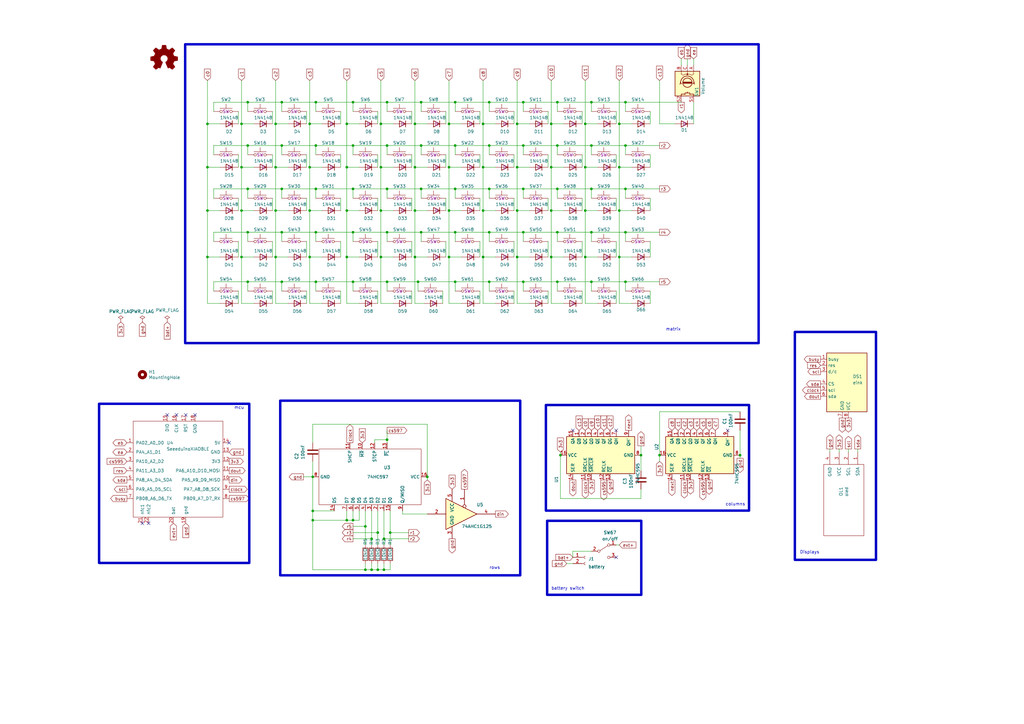
<source format=kicad_sch>
(kicad_sch (version 20230121) (generator eeschema)
  (paper "A3")
  (title_block (title "mlego/m65 keyboard") (date "2023-05-14") (rev "rev 12"))
  (junction (at 184.15 86.36))
  (junction (at 254 86.36))
  (junction (at 129.54 115.57))
  (junction (at 256.54 95.25))
  (junction (at 144.78 115.57))
  (junction (at 170.18 68.58))
  (junction (at 113.03 86.36))
  (junction (at 214.63 41.91))
  (junction (at 256.54 41.91))
  (junction (at 101.6 59.69))
  (junction (at 270.51 186.69))
  (junction (at 154.94 233.68))
  (junction (at 99.06 86.36))
  (junction (at 256.54 59.69))
  (junction (at 212.09 86.36))
  (junction (at 142.24 86.36))
  (junction (at 158.75 77.47))
  (junction (at 156.21 50.8))
  (junction (at 172.72 95.25))
  (junction (at 212.09 68.58))
  (junction (at 170.18 105.41))
  (junction (at 172.72 77.47))
  (junction (at 198.12 68.58))
  (junction (at 158.75 180.34))
  (junction (at 85.09 105.41))
  (junction (at 228.6 115.57))
  (junction (at 242.57 77.47))
  (junction (at 128.27 195.58))
  (junction (at 256.54 77.47))
  (junction (at 115.57 95.25))
  (junction (at 115.57 59.69))
  (junction (at 214.63 115.57))
  (junction (at 226.06 105.41))
  (junction (at 170.18 86.36))
  (junction (at 198.12 50.8))
  (junction (at 156.21 68.58))
  (junction (at 226.06 86.36))
  (junction (at 101.6 77.47))
  (junction (at 242.57 41.91))
  (junction (at 228.6 41.91))
  (junction (at 85.09 68.58))
  (junction (at 127 50.8))
  (junction (at 214.63 77.47))
  (junction (at 228.6 77.47))
  (junction (at 184.15 105.41))
  (junction (at 186.69 59.69))
  (junction (at 115.57 115.57))
  (junction (at 214.63 59.69))
  (junction (at 152.4 220.98))
  (junction (at 128.27 209.55))
  (junction (at 172.72 59.69))
  (junction (at 214.63 95.25))
  (junction (at 144.78 77.47))
  (junction (at 186.69 115.57))
  (junction (at 144.78 95.25))
  (junction (at 113.03 50.8))
  (junction (at 113.03 68.58))
  (junction (at 200.66 41.91))
  (junction (at 254 105.41))
  (junction (at 129.54 41.91))
  (junction (at 262.89 186.69))
  (junction (at 228.6 95.25))
  (junction (at 144.78 213.36))
  (junction (at 212.09 50.8))
  (junction (at 186.69 95.25))
  (junction (at 254 68.58))
  (junction (at 198.12 86.36))
  (junction (at 158.75 95.25))
  (junction (at 152.4 233.68))
  (junction (at 85.09 86.36))
  (junction (at 172.72 41.91))
  (junction (at 186.69 41.91))
  (junction (at 156.21 86.36))
  (junction (at 242.57 59.69))
  (junction (at 157.48 220.98))
  (junction (at 229.87 186.69))
  (junction (at 85.09 50.8))
  (junction (at 240.03 50.8))
  (junction (at 99.06 68.58))
  (junction (at 242.57 95.25))
  (junction (at 154.94 218.44))
  (junction (at 200.66 77.47))
  (junction (at 99.06 105.41))
  (junction (at 113.03 105.41))
  (junction (at 200.66 115.57))
  (junction (at 242.57 115.57))
  (junction (at 115.57 41.91))
  (junction (at 228.6 59.69))
  (junction (at 142.24 50.8))
  (junction (at 142.24 68.58))
  (junction (at 127 105.41))
  (junction (at 240.03 86.36))
  (junction (at 171.45 115.57))
  (junction (at 303.53 186.69))
  (junction (at 115.57 77.47))
  (junction (at 144.78 41.91))
  (junction (at 160.02 218.44))
  (junction (at 142.24 213.36))
  (junction (at 184.15 68.58))
  (junction (at 127 68.58))
  (junction (at 186.69 77.47))
  (junction (at 129.54 77.47))
  (junction (at 128.27 213.36))
  (junction (at 142.24 105.41))
  (junction (at 99.06 50.8))
  (junction (at 149.86 215.9))
  (junction (at 101.6 41.91))
  (junction (at 226.06 68.58))
  (junction (at 184.15 50.8))
  (junction (at 101.6 115.57))
  (junction (at 144.78 59.69))
  (junction (at 254 50.8))
  (junction (at 226.06 50.8))
  (junction (at 129.54 95.25))
  (junction (at 157.48 233.68))
  (junction (at 170.18 50.8))
  (junction (at 101.6 95.25))
  (junction (at 240.03 68.58))
  (junction (at 129.54 59.69))
  (junction (at 200.66 95.25))
  (junction (at 212.09 105.41))
  (junction (at 127 86.36))
  (junction (at 156.21 105.41))
  (junction (at 256.54 115.57))
  (junction (at 240.03 105.41))
  (junction (at 149.86 233.68))
  (junction (at 198.12 105.41))
  (junction (at 158.75 41.91))
  (junction (at 158.75 59.69))
  (junction (at 158.75 115.57))
  (junction (at 200.66 59.69))
  (junction (at 175.26 195.58))
  (no_connect (at 252.73 228.6))
  (no_connect (at 76.2 170.18))
  (no_connect (at 80.01 170.18))
  (no_connect (at 72.39 170.18))
  (no_connect (at 60.96 214.63))
  (no_connect (at 58.42 214.63))
  (no_connect (at 298.45 176.53))
  (no_connect (at 252.73 176.53))
  (no_connect (at 93.98 181.61))
  (no_connect (at 68.58 170.18))
  (no_connect (at 234.95 176.53))
  (wire (pts (xy 172.72 77.47) (xy 186.69 77.47)))
  (wire (pts (xy 186.69 63.5) (xy 186.69 59.69)))
  (wire (pts (xy 184.15 68.58) (xy 184.15 50.8)))
  (wire (pts (xy 266.7 68.58) (xy 266.7 63.5)))
  (wire (pts (xy 262.89 204.47) (xy 262.89 200.66)))
  (wire (pts (xy 347.98 184.15) (xy 347.98 185.42)))
  (wire (pts (xy 186.69 99.06) (xy 186.69 95.25)))
  (wire (pts (xy 161.29 86.36) (xy 156.21 86.36)))
  (wire (pts (xy 158.75 119.38) (xy 158.75 115.57)))
  (wire (pts (xy 158.75 99.06) (xy 158.75 95.25)))
  (wire (pts (xy 132.08 86.36) (xy 127 86.36)))
  (wire (pts (xy 210.82 68.58) (xy 210.82 63.5)))
  (wire (pts (xy 252.73 50.8) (xy 252.73 45.72)))
  (wire (pts (xy 113.03 33.02) (xy 113.03 50.8)))
  (wire (pts (xy 128.27 233.68) (xy 128.27 213.36)))
  (wire (pts (xy 189.23 86.36) (xy 184.15 86.36)))
  (wire (pts (xy 129.54 41.91) (xy 144.78 41.91)))
  (wire (pts (xy 113.03 68.58) (xy 113.03 50.8)))
  (wire (pts (xy 259.08 68.58) (xy 254 68.58)))
  (wire (pts (xy 200.66 41.91) (xy 214.63 41.91)))
  (wire (pts (xy 101.6 41.91) (xy 115.57 41.91)))
  (wire (pts (xy 154.94 124.46) (xy 154.94 119.38)))
  (wire (pts (xy 99.06 33.02) (xy 99.06 50.8)))
  (wire (pts (xy 200.66 77.47) (xy 214.63 77.47)))
  (wire (pts (xy 203.2 68.58) (xy 198.12 68.58)))
  (wire (pts (xy 144.78 213.36) (xy 142.24 213.36)))
  (wire (pts (xy 240.03 124.46) (xy 240.03 105.41)))
  (wire (pts (xy 154.94 233.68) (xy 157.48 233.68)))
  (wire (pts (xy 157.48 220.98) (xy 157.48 223.52)))
  (wire (pts (xy 127 86.36) (xy 127 68.58)))
  (wire (pts (xy 344.17 184.15) (xy 344.17 185.42)))
  (wire (pts (xy 210.82 86.36) (xy 210.82 81.28)))
  (wire (pts (xy 242.57 59.69) (xy 256.54 59.69)))
  (wire (pts (xy 256.54 41.91) (xy 256.54 45.72)))
  (wire (pts (xy 160.02 218.44) (xy 160.02 223.52)))
  (wire (pts (xy 113.03 86.36) (xy 113.03 68.58)))
  (wire (pts (xy 153.67 181.61) (xy 153.67 180.34)))
  (wire (pts (xy 115.57 63.5) (xy 115.57 59.69)))
  (wire (pts (xy 87.63 59.69) (xy 101.6 59.69)))
  (wire (pts (xy 217.17 105.41) (xy 212.09 105.41)))
  (wire (pts (xy 242.57 41.91) (xy 256.54 41.91)))
  (wire (pts (xy 127 105.41) (xy 127 86.36)))
  (wire (pts (xy 90.17 68.58) (xy 85.09 68.58)))
  (wire (pts (xy 214.63 115.57) (xy 228.6 115.57)))
  (wire (pts (xy 170.18 68.58) (xy 170.18 50.8)))
  (wire (pts (xy 198.12 124.46) (xy 198.12 105.41)))
  (wire (pts (xy 115.57 115.57) (xy 129.54 115.57)))
  (wire (pts (xy 113.03 124.46) (xy 113.03 105.41)))
  (wire (pts (xy 115.57 77.47) (xy 129.54 77.47)))
  (wire (pts (xy 210.82 124.46) (xy 210.82 119.38)))
  (wire (pts (xy 152.4 233.68) (xy 154.94 233.68)))
  (wire (pts (xy 149.86 231.14) (xy 149.86 233.68)))
  (wire (pts (xy 228.6 77.47) (xy 242.57 77.47)))
  (wire (pts (xy 144.78 95.25) (xy 158.75 95.25)))
  (wire (pts (xy 184.15 86.36) (xy 184.15 68.58)))
  (wire (pts (xy 158.75 63.5) (xy 158.75 59.69)))
  (wire (pts (xy 168.91 124.46) (xy 168.91 119.38)))
  (wire (pts (xy 256.54 95.25) (xy 270.51 95.25)))
  (wire (pts (xy 101.6 119.38) (xy 101.6 115.57)))
  (wire (pts (xy 118.11 124.46) (xy 113.03 124.46)))
  (wire (pts (xy 252.73 124.46) (xy 252.73 119.38)))
  (wire (pts (xy 99.06 68.58) (xy 99.06 50.8)))
  (wire (pts (xy 101.6 59.69) (xy 115.57 59.69)))
  (wire (pts (xy 242.57 63.5) (xy 242.57 59.69)))
  (wire (pts (xy 231.14 50.8) (xy 226.06 50.8)))
  (wire (pts (xy 168.91 50.8) (xy 168.91 45.72)))
  (wire (pts (xy 111.76 105.41) (xy 111.76 99.06)))
  (wire (pts (xy 303.53 187.96) (xy 303.53 186.69)))
  (wire (pts (xy 200.66 59.69) (xy 214.63 59.69)))
  (wire (pts (xy 231.14 68.58) (xy 226.06 68.58)))
  (wire (pts (xy 139.7 105.41) (xy 139.7 99.06)))
  (wire (pts (xy 181.61 119.38) (xy 181.61 124.46)))
  (wire (pts (xy 104.14 105.41) (xy 99.06 105.41)))
  (wire (pts (xy 228.6 41.91) (xy 242.57 41.91)))
  (wire (pts (xy 115.57 95.25) (xy 129.54 95.25)))
  (wire (pts (xy 217.17 50.8) (xy 212.09 50.8)))
  (wire (pts (xy 234.95 226.06) (xy 242.57 226.06)))
  (wire (pts (xy 144.78 220.98) (xy 152.4 220.98)))
  (wire (pts (xy 165.1 210.82) (xy 165.1 209.55)))
  (wire (pts (xy 87.63 77.47) (xy 101.6 77.47)))
  (wire (pts (xy 147.32 209.55) (xy 147.32 213.36)))
  (wire (pts (xy 200.66 95.25) (xy 214.63 95.25)))
  (wire (pts (xy 270.51 168.91) (xy 270.51 186.69)))
  (wire (pts (xy 281.94 24.13) (xy 281.94 26.67)))
  (wire (pts (xy 242.57 95.25) (xy 256.54 95.25)))
  (wire (pts (xy 196.85 50.8) (xy 196.85 45.72)))
  (wire (pts (xy 137.16 209.55) (xy 128.27 209.55)))
  (wire (pts (xy 276.86 50.8) (xy 270.51 50.8)))
  (wire (pts (xy 157.48 233.68) (xy 160.02 233.68)))
  (wire (pts (xy 229.87 204.47) (xy 262.89 204.47)))
  (wire (pts (xy 118.11 68.58) (xy 113.03 68.58)))
  (wire (pts (xy 196.85 68.58) (xy 196.85 63.5)))
  (wire (pts (xy 129.54 77.47) (xy 144.78 77.47)))
  (wire (pts (xy 154.94 68.58) (xy 154.94 63.5)))
  (wire (pts (xy 256.54 81.28) (xy 256.54 77.47)))
  (wire (pts (xy 87.63 63.5) (xy 87.63 59.69)))
  (wire (pts (xy 262.89 193.04) (xy 262.89 186.69)))
  (wire (pts (xy 101.6 95.25) (xy 115.57 95.25)))
  (wire (pts (xy 111.76 124.46) (xy 111.76 119.38)))
  (wire (pts (xy 142.24 209.55) (xy 142.24 213.36)))
  (wire (pts (xy 175.26 195.58) (xy 175.26 196.85)))
  (wire (pts (xy 142.24 124.46) (xy 142.24 105.41)))
  (wire (pts (xy 228.6 81.28) (xy 228.6 77.47)))
  (wire (pts (xy 242.57 119.38) (xy 242.57 115.57)))
  (wire (pts (xy 224.79 50.8) (xy 224.79 45.72)))
  (wire (pts (xy 242.57 77.47) (xy 256.54 77.47)))
  (wire (pts (xy 85.09 124.46) (xy 85.09 105.41)))
  (wire (pts (xy 125.73 105.41) (xy 125.73 99.06)))
  (wire (pts (xy 189.23 105.41) (xy 184.15 105.41)))
  (wire (pts (xy 115.57 41.91) (xy 129.54 41.91)))
  (wire (pts (xy 214.63 119.38) (xy 214.63 115.57)))
  (wire (pts (xy 214.63 63.5) (xy 214.63 59.69)))
  (wire (pts (xy 160.02 218.44) (xy 167.64 218.44)))
  (wire (pts (xy 172.72 41.91) (xy 186.69 41.91)))
  (wire (pts (xy 232.41 231.14) (xy 234.95 231.14)))
  (wire (pts (xy 256.54 99.06) (xy 256.54 95.25)))
  (wire (pts (xy 238.76 50.8) (xy 238.76 45.72)))
  (wire (pts (xy 228.6 59.69) (xy 242.57 59.69)))
  (wire (pts (xy 270.51 189.23) (xy 270.51 186.69)))
  (wire (pts (xy 142.24 213.36) (xy 128.27 213.36)))
  (wire (pts (xy 256.54 119.38) (xy 256.54 115.57)))
  (wire (pts (xy 144.78 77.47) (xy 158.75 77.47)))
  (wire (pts (xy 129.54 81.28) (xy 129.54 77.47)))
  (wire (pts (xy 97.79 105.41) (xy 97.79 99.06)))
  (wire (pts (xy 224.79 86.36) (xy 224.79 81.28)))
  (wire (pts (xy 90.17 86.36) (xy 85.09 86.36)))
  (wire (pts (xy 101.6 115.57) (xy 115.57 115.57)))
  (wire (pts (xy 111.76 50.8) (xy 111.76 45.72)))
  (wire (pts (xy 175.26 173.99) (xy 175.26 195.58)))
  (wire (pts (xy 198.12 68.58) (xy 198.12 50.8)))
  (wire (pts (xy 224.79 105.41) (xy 224.79 99.06)))
  (wire (pts (xy 161.29 105.41) (xy 156.21 105.41)))
  (wire (pts (xy 139.7 86.36) (xy 139.7 81.28)))
  (wire (pts (xy 161.29 124.46) (xy 156.21 124.46)))
  (wire (pts (xy 144.78 115.57) (xy 158.75 115.57)))
  (wire (pts (xy 266.7 124.46) (xy 266.7 119.38)))
  (wire (pts (xy 157.48 231.14) (xy 157.48 233.68)))
  (wire (pts (xy 115.57 119.38) (xy 115.57 115.57)))
  (wire (pts (xy 129.54 115.57) (xy 144.78 115.57)))
  (wire (pts (xy 144.78 41.91) (xy 158.75 41.91)))
  (wire (pts (xy 252.73 86.36) (xy 252.73 81.28)))
  (wire (pts (xy 242.57 115.57) (xy 256.54 115.57)))
  (wire (pts (xy 245.11 105.41) (xy 240.03 105.41)))
  (wire (pts (xy 144.78 215.9) (xy 149.86 215.9)))
  (wire (pts (xy 152.4 233.68) (xy 149.86 233.68)))
  (wire (pts (xy 240.03 86.36) (xy 240.03 68.58)))
  (wire (pts (xy 210.82 105.41) (xy 210.82 99.06)))
  (wire (pts (xy 186.69 41.91) (xy 200.66 41.91)))
  (wire (pts (xy 256.54 115.57) (xy 270.51 115.57)))
  (wire (pts (xy 87.63 41.91) (xy 101.6 41.91)))
  (wire (pts (xy 90.17 50.8) (xy 85.09 50.8)))
  (wire (pts (xy 172.72 81.28) (xy 172.72 77.47)))
  (wire (pts (xy 182.88 50.8) (xy 182.88 45.72)))
  (wire (pts (xy 104.14 124.46) (xy 99.06 124.46)))
  (wire (pts (xy 144.78 81.28) (xy 144.78 77.47)))
  (wire (pts (xy 259.08 86.36) (xy 254 86.36)))
  (wire (pts (xy 144.78 59.69) (xy 158.75 59.69)))
  (wire (pts (xy 254 105.41) (xy 254 86.36)))
  (wire (pts (xy 256.54 63.5) (xy 256.54 59.69)))
  (wire (pts (xy 270.51 33.02) (xy 270.51 50.8)))
  (wire (pts (xy 104.14 68.58) (xy 99.06 68.58)))
  (wire (pts (xy 170.18 33.02) (xy 170.18 50.8)))
  (wire (pts (xy 154.94 50.8) (xy 154.94 45.72)))
  (wire (pts (xy 147.32 86.36) (xy 142.24 86.36)))
  (wire (pts (xy 234.95 226.06) (xy 234.95 228.6)))
  (wire (pts (xy 128.27 173.99) (xy 175.26 173.99)))
  (wire (pts (xy 231.14 124.46) (xy 226.06 124.46)))
  (wire (pts (xy 189.23 124.46) (xy 184.15 124.46)))
  (wire (pts (xy 168.91 105.41) (xy 168.91 99.06)))
  (wire (pts (xy 231.14 105.41) (xy 226.06 105.41)))
  (wire (pts (xy 200.66 81.28) (xy 200.66 77.47)))
  (wire (pts (xy 132.08 105.41) (xy 127 105.41)))
  (wire (pts (xy 186.69 95.25) (xy 200.66 95.25)))
  (wire (pts (xy 157.48 220.98) (xy 167.64 220.98)))
  (wire (pts (xy 127 68.58) (xy 127 50.8)))
  (wire (pts (xy 240.03 68.58) (xy 240.03 50.8)))
  (wire (pts (xy 85.09 68.58) (xy 85.09 50.8)))
  (wire (pts (xy 186.69 81.28) (xy 186.69 77.47)))
  (wire (pts (xy 128.27 189.23) (xy 128.27 195.58)))
  (wire (pts (xy 115.57 45.72) (xy 115.57 41.91)))
  (wire (pts (xy 129.54 59.69) (xy 144.78 59.69)))
  (wire (pts (xy 284.48 24.13) (xy 284.48 26.67)))
  (wire (pts (xy 217.17 86.36) (xy 212.09 86.36)))
  (wire (pts (xy 132.08 68.58) (xy 127 68.58)))
  (wire (pts (xy 266.7 50.8) (xy 266.7 45.72)))
  (wire (pts (xy 125.73 50.8) (xy 125.73 45.72)))
  (wire (pts (xy 132.08 124.46) (xy 127 124.46)))
  (wire (pts (xy 254 86.36) (xy 254 68.58)))
  (wire (pts (xy 252.73 68.58) (xy 252.73 63.5)))
  (wire (pts (xy 152.4 231.14) (xy 152.4 233.68)))
  (wire (pts (xy 212.09 86.36) (xy 212.09 68.58)))
  (wire (pts (xy 142.24 68.58) (xy 142.24 50.8)))
  (wire (pts (xy 226.06 105.41) (xy 226.06 86.36)))
  (wire (pts (xy 203.2 124.46) (xy 198.12 124.46)))
  (wire (pts (xy 125.73 86.36) (xy 125.73 81.28)))
  (wire (pts (xy 142.24 86.36) (xy 142.24 68.58)))
  (wire (pts (xy 158.75 180.34) (xy 158.75 176.53)))
  (wire (pts (xy 128.27 181.61) (xy 128.27 173.99)))
  (wire (pts (xy 99.06 86.36) (xy 99.06 68.58)))
  (wire (pts (xy 224.79 124.46) (xy 224.79 119.38)))
  (wire (pts (xy 144.78 63.5) (xy 144.78 59.69)))
  (wire (pts (xy 175.26 105.41) (xy 170.18 105.41)))
  (wire (pts (xy 168.91 68.58) (xy 168.91 63.5)))
  (wire (pts (xy 254 33.02) (xy 254 50.8)))
  (wire (pts (xy 154.94 105.41) (xy 154.94 99.06)))
  (wire (pts (xy 256.54 77.47) (xy 270.51 77.47)))
  (wire (pts (xy 149.86 233.68) (xy 128.27 233.68)))
  (wire (pts (xy 132.08 50.8) (xy 127 50.8)))
  (wire (pts (xy 242.57 45.72) (xy 242.57 41.91)))
  (wire (pts (xy 238.76 105.41) (xy 238.76 99.06)))
  (wire (pts (xy 118.11 105.41) (xy 113.03 105.41)))
  (wire (pts (xy 200.66 119.38) (xy 200.66 115.57)))
  (wire (pts (xy 189.23 50.8) (xy 184.15 50.8)))
  (wire (pts (xy 284.48 41.91) (xy 284.48 50.8)))
  (wire (pts (xy 111.76 68.58) (xy 111.76 63.5)))
  (wire (pts (xy 226.06 124.46) (xy 226.06 105.41)))
  (wire (pts (xy 154.94 209.55) (xy 154.94 218.44)))
  (wire (pts (xy 242.57 99.06) (xy 242.57 95.25)))
  (wire (pts (xy 139.7 68.58) (xy 139.7 63.5)))
  (wire (pts (xy 228.6 95.25) (xy 242.57 95.25)))
  (wire (pts (xy 212.09 33.02) (xy 212.09 50.8)))
  (wire (pts (xy 182.88 68.58) (xy 182.88 63.5)))
  (wire (pts (xy 351.79 184.15) (xy 351.79 185.42)))
  (wire (pts (xy 147.32 50.8) (xy 142.24 50.8)))
  (wire (pts (xy 101.6 99.06) (xy 101.6 95.25)))
  (wire (pts (xy 198.12 86.36) (xy 198.12 68.58)))
  (wire (pts (xy 196.85 105.41) (xy 196.85 99.06)))
  (wire (pts (xy 160.02 209.55) (xy 160.02 218.44)))
  (wire (pts (xy 144.78 218.44) (xy 154.94 218.44)))
  (wire (pts (xy 226.06 68.58) (xy 226.06 50.8)))
  (wire (pts (xy 200.66 99.06) (xy 200.66 95.25)))
  (wire (pts (xy 228.6 115.57) (xy 242.57 115.57)))
  (wire (pts (xy 144.78 119.38) (xy 144.78 115.57)))
  (wire (pts (xy 198.12 105.41) (xy 198.12 86.36)))
  (wire (pts (xy 158.75 81.28) (xy 158.75 77.47)))
  (wire (pts (xy 152.4 220.98) (xy 152.4 223.52)))
  (wire (pts (xy 97.79 86.36) (xy 97.79 81.28)))
  (wire (pts (xy 186.69 115.57) (xy 200.66 115.57)))
  (wire (pts (xy 228.6 45.72) (xy 228.6 41.91)))
  (wire (pts (xy 154.94 231.14) (xy 154.94 233.68)))
  (wire (pts (xy 158.75 115.57) (xy 171.45 115.57)))
  (wire (pts (xy 252.73 105.41) (xy 252.73 99.06)))
  (wire (pts (xy 160.02 231.14) (xy 160.02 233.68)))
  (wire (pts (xy 111.76 86.36) (xy 111.76 81.28)))
  (wire (pts (xy 184.15 124.46) (xy 184.15 105.41)))
  (wire (pts (xy 149.86 209.55) (xy 149.86 215.9)))
  (wire (pts (xy 200.66 45.72) (xy 200.66 41.91)))
  (wire (pts (xy 154.94 86.36) (xy 154.94 81.28)))
  (wire (pts (xy 101.6 45.72) (xy 101.6 41.91)))
  (wire (pts (xy 156.21 68.58) (xy 156.21 50.8)))
  (wire (pts (xy 101.6 81.28) (xy 101.6 77.47)))
  (wire (pts (xy 242.57 81.28) (xy 242.57 77.47)))
  (wire (pts (xy 85.09 105.41) (xy 85.09 86.36)))
  (wire (pts (xy 254 68.58) (xy 254 50.8)))
  (wire (pts (xy 157.48 209.55) (xy 157.48 220.98)))
  (wire (pts (xy 115.57 59.69) (xy 129.54 59.69)))
  (wire (pts (xy 161.29 68.58) (xy 156.21 68.58)))
  (wire (pts (xy 175.26 86.36) (xy 170.18 86.36)))
  (wire (pts (xy 214.63 99.06) (xy 214.63 95.25)))
  (wire (pts (xy 245.11 50.8) (xy 240.03 50.8)))
  (wire (pts (xy 172.72 95.25) (xy 186.69 95.25)))
  (wire (pts (xy 154.94 218.44) (xy 154.94 223.52)))
  (wire (pts (xy 228.6 119.38) (xy 228.6 115.57)))
  (wire (pts (xy 129.54 119.38) (xy 129.54 115.57)))
  (wire (pts (xy 87.63 81.28) (xy 87.63 77.47)))
  (wire (pts (xy 101.6 77.47) (xy 115.57 77.47)))
  (wire (pts (xy 129.54 63.5) (xy 129.54 59.69)))
  (wire (pts (xy 85.09 86.36) (xy 85.09 68.58)))
  (wire (pts (xy 212.09 105.41) (xy 212.09 86.36)))
  (wire (pts (xy 210.82 50.8) (xy 210.82 45.72)))
  (wire (pts (xy 184.15 33.02) (xy 184.15 50.8)))
  (wire (pts (xy 156.21 86.36) (xy 156.21 68.58)))
  (wire (pts (xy 158.75 59.69) (xy 172.72 59.69)))
  (wire (pts (xy 170.18 86.36) (xy 170.18 68.58)))
  (wire (pts (xy 184.15 105.41) (xy 184.15 86.36)))
  (wire (pts (xy 238.76 124.46) (xy 238.76 119.38)))
  (wire (pts (xy 279.4 24.13) (xy 279.4 26.67)))
  (wire (pts (xy 139.7 124.46) (xy 139.7 119.38)))
  (wire (pts (xy 172.72 45.72) (xy 172.72 41.91)))
  (wire (pts (xy 101.6 63.5) (xy 101.6 59.69)))
  (wire (pts (xy 240.03 33.02) (xy 240.03 50.8)))
  (wire (pts (xy 124.46 195.58) (xy 128.27 195.58)))
  (wire (pts (xy 212.09 68.58) (xy 212.09 50.8)))
  (wire (pts (xy 303.53 186.69) (xy 303.53 176.53)))
  (wire (pts (xy 129.54 95.25) (xy 144.78 95.25)))
  (wire (pts (xy 175.26 210.82) (xy 165.1 210.82)))
  (wire (pts (xy 99.06 105.41) (xy 99.06 86.36)))
  (wire (pts (xy 198.12 33.02) (xy 198.12 50.8)))
  (wire (pts (xy 90.17 124.46) (xy 85.09 124.46)))
  (wire (pts (xy 104.14 86.36) (xy 99.06 86.36)))
  (wire (pts (xy 97.79 68.58) (xy 97.79 63.5)))
  (wire (pts (xy 262.89 186.69) (xy 262.89 182.88)))
  (wire (pts (xy 172.72 59.69) (xy 186.69 59.69)))
  (wire (pts (xy 245.11 68.58) (xy 240.03 68.58)))
  (wire (pts (xy 224.79 68.58) (xy 224.79 63.5)))
  (wire (pts (xy 87.63 95.25) (xy 101.6 95.25)))
  (wire (pts (xy 87.63 45.72) (xy 87.63 41.91)))
  (wire (pts (xy 226.06 86.36) (xy 226.06 68.58)))
  (wire (pts (xy 303.53 168.91) (xy 270.51 168.91)))
  (wire (pts (xy 158.75 41.91) (xy 172.72 41.91)))
  (wire (pts (xy 144.78 209.55) (xy 144.78 213.36)))
  (wire (pts (xy 186.69 119.38) (xy 186.69 115.57)))
  (wire (pts (xy 214.63 77.47) (xy 228.6 77.47)))
  (wire (pts (xy 147.32 124.46) (xy 142.24 124.46)))
  (wire (pts (xy 125.73 124.46) (xy 125.73 119.38)))
  (wire (pts (xy 238.76 68.58) (xy 238.76 63.5)))
  (wire (pts (xy 153.67 180.34) (xy 158.75 180.34)))
  (wire (pts (xy 203.2 105.41) (xy 198.12 105.41)))
  (wire (pts (xy 203.2 50.8) (xy 198.12 50.8)))
  (wire (pts (xy 115.57 99.06) (xy 115.57 95.25)))
  (wire (pts (xy 170.18 105.41) (xy 170.18 86.36)))
  (wire (pts (xy 168.91 86.36) (xy 168.91 81.28)))
  (wire (pts (xy 214.63 41.91) (xy 228.6 41.91)))
  (wire (pts (xy 129.54 99.06) (xy 129.54 95.25)))
  (wire (pts (xy 158.75 181.61) (xy 158.75 180.34)))
  (wire (pts (xy 90.17 105.41) (xy 85.09 105.41)))
  (wire (pts (xy 152.4 209.55) (xy 152.4 220.98)))
  (wire (pts (xy 229.87 186.69) (xy 229.87 204.47)))
  (wire (pts (xy 97.79 50.8) (xy 97.79 45.72)))
  (wire (pts (xy 186.69 77.47) (xy 200.66 77.47)))
  (wire (pts (xy 231.14 86.36) (xy 226.06 86.36)))
  (wire (pts (xy 158.75 45.72) (xy 158.75 41.91)))
  (wire (pts (xy 203.2 86.36) (xy 198.12 86.36)))
  (wire (pts (xy 161.29 50.8) (xy 156.21 50.8)))
  (wire (pts (xy 97.79 124.46) (xy 97.79 119.38)))
  (wire (pts (xy 200.66 63.5) (xy 200.66 59.69)))
  (wire (pts (xy 142.24 105.41) (xy 142.24 86.36)))
  (wire (pts (xy 144.78 99.06) (xy 144.78 95.25)))
  (wire (pts (xy 245.11 124.46) (xy 240.03 124.46)))
  (wire (pts (xy 226.06 33.02) (xy 226.06 50.8)))
  (wire (pts (xy 256.54 59.69) (xy 270.51 59.69)))
  (wire (pts (xy 99.06 124.46) (xy 99.06 105.41)))
  (wire (pts (xy 238.76 86.36) (xy 238.76 81.28)))
  (wire (pts (xy 158.75 77.47) (xy 172.72 77.47)))
  (wire (pts (xy 240.03 105.41) (xy 240.03 86.36)))
  (wire (pts (xy 254 124.46) (xy 254 105.41)))
  (wire (pts (xy 129.54 45.72) (xy 129.54 41.91)))
  (wire (pts (xy 229.87 186.69) (xy 229.87 185.42)))
  (wire (pts (xy 125.73 68.58) (xy 125.73 63.5)))
  (wire (pts (xy 182.88 105.41) (xy 182.88 99.06)))
  (wire (pts (xy 147.32 105.41) (xy 142.24 105.41)))
  (wire (pts (xy 128.27 213.36) (xy 128.27 209.55)))
  (wire (pts (xy 186.69 45.72) (xy 186.69 41.91)))
  (wire (pts (xy 259.08 124.46) (xy 254 124.46)))
  (wire (pts (xy 200.66 115.57) (xy 214.63 115.57)))
  (wire (pts (xy 144.78 45.72) (xy 144.78 41.91)))
  (wire (pts (xy 118.11 50.8) (xy 113.03 50.8)))
  (wire (pts (xy 175.26 50.8) (xy 170.18 50.8)))
  (wire (pts (xy 196.85 124.46) (xy 196.85 119.38)))
  (wire (pts (xy 171.45 115.57) (xy 186.69 115.57)))
  (wire (pts (xy 87.63 119.38) (xy 87.63 115.57)))
  (wire (pts (xy 259.08 50.8) (xy 254 50.8)))
  (wire (pts (xy 127 124.46) (xy 127 105.41)))
  (wire (pts (xy 172.72 99.06) (xy 172.72 95.25)))
  (wire (pts (xy 87.63 115.57) (xy 101.6 115.57)))
  (wire (pts (xy 158.75 95.25) (xy 172.72 95.25)))
  (wire (pts (xy 252.73 223.52) (xy 254 223.52)))
  (wire (pts (xy 340.36 184.15) (xy 340.36 185.42)))
  (wire (pts (xy 259.08 105.41) (xy 254 105.41)))
  (wire (pts (xy 214.63 81.28) (xy 214.63 77.47)))
  (wire (pts (xy 104.14 50.8) (xy 99.06 50.8)))
  (wire (pts (xy 217.17 124.46) (xy 212.09 124.46)))
  (wire (pts (xy 156.21 105.41) (xy 156.21 86.36)))
  (wire (pts (xy 118.11 86.36) (xy 113.03 86.36)))
  (wire (pts (xy 85.09 33.02) (xy 85.09 50.8)))
  (wire (pts (xy 128.27 195.58) (xy 128.27 209.55)))
  (wire (pts (xy 175.26 68.58) (xy 170.18 68.58)))
  (wire (pts (xy 228.6 63.5) (xy 228.6 59.69)))
  (wire (pts (xy 245.11 86.36) (xy 240.03 86.36)))
  (wire (pts (xy 266.7 105.41) (xy 266.7 99.06)))
  (wire (pts (xy 87.63 99.06) (xy 87.63 95.25)))
  (wire (pts (xy 266.7 86.36) (xy 266.7 81.28)))
  (wire (pts (xy 147.32 213.36) (xy 144.78 213.36)))
  (wire (pts (xy 147.32 68.58) (xy 142.24 68.58)))
  (wire (pts (xy 156.21 33.02) (xy 156.21 50.8)))
  (wire (pts (xy 214.63 95.25) (xy 228.6 95.25)))
  (wire (pts (xy 115.57 81.28) (xy 115.57 77.47)))
  (wire (pts (xy 217.17 68.58) (xy 212.09 68.58)))
  (wire (pts (xy 196.85 86.36) (xy 196.85 81.28)))
  (wire (pts (xy 142.24 33.02) (xy 142.24 50.8)))
  (wire (pts (xy 156.21 124.46) (xy 156.21 105.41)))
  (wire (pts (xy 186.69 59.69) (xy 200.66 59.69)))
  (wire (pts (xy 172.72 63.5) (xy 172.72 59.69)))
  (wire (pts (xy 279.4 41.91) (xy 256.54 41.91)))
  (wire (pts (xy 170.18 124.46) (xy 173.99 124.46)))
  (wire (pts (xy 182.88 86.36) (xy 182.88 81.28)))
  (wire (pts (xy 214.63 45.72) (xy 214.63 41.91)))
  (wire (pts (xy 171.45 115.57) (xy 171.45 119.38)))
  (wire (pts (xy 212.09 124.46) (xy 212.09 105.41)))
  (wire (pts (xy 189.23 68.58) (xy 184.15 68.58)))
  (wire (pts (xy 113.03 105.41) (xy 113.03 86.36)))
  (wire (pts (xy 228.6 99.06) (xy 228.6 95.25)))
  (wire (pts (xy 127 33.02) (xy 127 50.8)))
  (wire (pts (xy 170.18 105.41) (xy 170.18 124.46)))
  (wire (pts (xy 149.86 215.9) (xy 149.86 223.52)))
  (wire (pts (xy 214.63 59.69) (xy 228.6 59.69)))
  (wire (pts (xy 139.7 50.8) (xy 139.7 45.72)))
  (rectangle (start 114.935 164.338) (end 213.36 235.966) (stroke (width 1)))
  (rectangle (start 326.009 136.144) (end 359.283 229.616) (stroke (width 1)))
  (rectangle (start 224.409 213.614) (end 263.017 243.967) (stroke (width 1)))
  (rectangle (start 40.64 165.608) (end 102.235 230.886) (stroke (width 1)))
  (rectangle (start 223.901 166.116) (end 307.213 209.423) (stroke (width 1)))
  (rectangle (start 75.946 18.161) (end 311.15 140.716) (stroke (width 1)))
  (text "columns " (at 297.561 207.645 0) (effects (font (size 1.27 1.27)) (justify left bottom)))
  (text "rows" (at 200.66 233.68 0) (effects (font (size 1.27 1.27)) (justify left bottom)))
  (text "mcu" (at 96.012 168.021 0) (effects (font (size 1.27 1.27)) (justify left bottom)))
  (text "Displays" (at 328.041 227.33 0) (effects (font (size 1.27 1.27)) (justify left bottom)))
  (text "battery switch" (at 226.06 242.189 0) (effects (font (size 1.27 1.27)) (justify left bottom)))
  (text "matrix" (at 273.05 135.89 0) (effects (font (size 1.27 1.27)) (justify left bottom)))
  (global_label "scl" (shape output) (at 52.07 200.66 180) (property "Intersheetrefs" "${INTERSHEET_REFS}" (effects hide)))
  (global_label "c1" (shape input) (at 99.06 33.02 90) (property "Intersheetrefs" "${INTERSHEET_REFS}" (effects hide)))
  (global_label "gnd" (shape output) (at 290.83 196.85 270) (property "Intersheetrefs" "${INTERSHEET_REFS}" (effects hide)))
  (global_label "ea" (shape bidirectional) (at 52.07 185.42 180) (property "Intersheetrefs" "${INTERSHEET_REFS}" (effects hide)))
  (global_label "eb" (shape bidirectional) (at 52.07 181.61 180) (property "Intersheetrefs" "${INTERSHEET_REFS}" (effects hide)))
  (global_label "c13" (shape input) (at 237.49 176.53 90) (property "Intersheetrefs" "${INTERSHEET_REFS}" (effects hide)))
  (global_label "c4" (shape input) (at 285.75 176.53 90) (property "Intersheetrefs" "${INTERSHEET_REFS}" (effects hide)))
  (global_label "c7" (shape input) (at 293.37 176.53 90) (property "Intersheetrefs" "${INTERSHEET_REFS}" (effects hide)))
  (global_label "c8" (shape input) (at 275.59 176.53 90) (property "Intersheetrefs" "${INTERSHEET_REFS}" (effects hide)))
  (global_label "r2" (shape output) (at 167.64 220.98 0) (property "Intersheetrefs" "${INTERSHEET_REFS}" (effects hide)))
  (global_label "3v3" (shape output) (at 283.21 196.85 270) (property "Intersheetrefs" "${INTERSHEET_REFS}" (effects hide)))
  (global_label "clock" (shape output) (at 93.98 200.66 0) (property "Intersheetrefs" "${INTERSHEET_REFS}" (effects hide)))
  (global_label "3v3" (shape input) (at 49.53 132.08 270) (property "Intersheetrefs" "${INTERSHEET_REFS}" (effects hide)))
  (global_label "c3" (shape input) (at 127 33.02 90) (property "Intersheetrefs" "${INTERSHEET_REFS}" (effects hide)))
  (global_label "sda" (shape output) (at 52.07 196.85 180) (property "Intersheetrefs" "${INTERSHEET_REFS}" (effects hide)))
  (global_label "din" (shape output) (at 203.2 210.82 0) (property "Intersheetrefs" "${INTERSHEET_REFS}" (effects hide)))
  (global_label "r4" (shape output) (at 144.78 220.98 180) (property "Intersheetrefs" "${INTERSHEET_REFS}" (effects hide)))
  (global_label "cs597" (shape output) (at 190.5 200.66 90) (property "Intersheetrefs" "${INTERSHEET_REFS}" (effects hide)))
  (global_label "clock" (shape output) (at 280.67 196.85 270) (property "Intersheetrefs" "${INTERSHEET_REFS}" (effects hide)))
  (global_label "r1" (shape output) (at 279.4 41.91 270) (property "Intersheetrefs" "${INTERSHEET_REFS}" (effects hide)))
  (global_label "cs595" (shape output) (at 247.65 196.85 270) (property "Intersheetrefs" "${INTERSHEET_REFS}" (effects hide)))
  (global_label "3v3" (shape input) (at 185.42 200.66 90) (property "Intersheetrefs" "${INTERSHEET_REFS}" (effects hide)))
  (global_label "gnd" (shape input) (at 93.98 185.42 0) (property "Intersheetrefs" "${INTERSHEET_REFS}" (effects hide)))
  (global_label "clock" (shape output) (at 143.51 181.61 90) (property "Intersheetrefs" "${INTERSHEET_REFS}" (effects hide)))
  (global_label "clock" (shape output) (at 240.03 196.85 270) (property "Intersheetrefs" "${INTERSHEET_REFS}" (effects hide)))
  (global_label "bat+" (shape input) (at 234.95 228.6 180) (property "Intersheetrefs" "${INTERSHEET_REFS}" (effects hide)))
  (global_label "c7" (shape input) (at 184.15 33.02 90) (property "Intersheetrefs" "${INTERSHEET_REFS}" (effects hide)))
  (global_label "r1" (shape output) (at 167.64 218.44 0) (property "Intersheetrefs" "${INTERSHEET_REFS}" (effects hide)))
  (global_label "gnd" (shape input) (at 58.42 132.08 270) (property "Intersheetrefs" "${INTERSHEET_REFS}" (effects hide)))
  (global_label "c10" (shape input) (at 226.06 33.02 90) (property "Intersheetrefs" "${INTERSHEET_REFS}" (effects hide)))
  (global_label "3v3" (shape input) (at 270.51 189.23 270) (property "Intersheetrefs" "${INTERSHEET_REFS}" (effects hide)))
  (global_label "cs595" (shape input) (at 52.07 189.23 180) (property "Intersheetrefs" "${INTERSHEET_REFS}" (effects hide)))
  (global_label "scl" (shape output) (at 336.55 152.4 180) (property "Intersheetrefs" "${INTERSHEET_REFS}" (effects hide)))
  (global_label "3v3" (shape input) (at 148.59 181.61 90) (property "Intersheetrefs" "${INTERSHEET_REFS}" (effects hide)))
  (global_label "dout" (shape output) (at 336.55 162.56 180) (property "Intersheetrefs" "${INTERSHEET_REFS}" (effects hide)))
  (global_label "cs597" (shape output) (at 93.98 204.47 0) (property "Intersheetrefs" "${INTERSHEET_REFS}" (effects hide)))
  (global_label "c5" (shape input) (at 288.29 176.53 90) (property "Intersheetrefs" "${INTERSHEET_REFS}" (effects hide)))
  (global_label "clock" (shape output) (at 336.55 160.02 180) (property "Intersheetrefs" "${INTERSHEET_REFS}" (effects hide)))
  (global_label "c6" (shape input) (at 170.18 33.02 90) (property "Intersheetrefs" "${INTERSHEET_REFS}" (effects hide)))
  (global_label "gnd" (shape output) (at 185.42 220.98 270) (property "Intersheetrefs" "${INTERSHEET_REFS}" (effects hide)))
  (global_label "gnd" (shape output) (at 281.94 24.13 90) (property "Intersheetrefs" "${INTERSHEET_REFS}" (effects hide)))
  (global_label "gnd" (shape output) (at 303.53 187.96 270) (property "Intersheetrefs" "${INTERSHEET_REFS}" (effects hide)))
  (global_label "c0" (shape input) (at 240.03 176.53 90) (property "Intersheetrefs" "${INTERSHEET_REFS}" (effects hide)))
  (global_label "r3" (shape output) (at 144.78 218.44 180) (property "Intersheetrefs" "${INTERSHEET_REFS}" (effects hide)))
  (global_label "din" (shape output) (at 93.98 196.85 0) (property "Intersheetrefs" "${INTERSHEET_REFS}" (effects hide)))
  (global_label "gnd" (shape output) (at 250.19 196.85 270) (property "Intersheetrefs" "${INTERSHEET_REFS}" (effects hide)))
  (global_label "c11" (shape input) (at 247.65 176.53 90) (property "Intersheetrefs" "${INTERSHEET_REFS}" (effects hide)))
  (global_label "dout" (shape output) (at 234.95 196.85 270) (property "Intersheetrefs" "${INTERSHEET_REFS}" (effects hide)))
  (global_label "r4" (shape output) (at 270.51 95.25 0) (property "Intersheetrefs" "${INTERSHEET_REFS}" (effects hide)))
  (global_label "c13" (shape input) (at 270.51 33.02 90) (property "Intersheetrefs" "${INTERSHEET_REFS}" (effects hide)))
  (global_label "r2" (shape output) (at 270.51 59.69 0) (property "Intersheetrefs" "${INTERSHEET_REFS}" (effects hide)))
  (global_label "3v3" (shape output) (at 242.57 196.85 270) (property "Intersheetrefs" "${INTERSHEET_REFS}" (effects hide)))
  (global_label "r5" (shape output) (at 144.78 215.9 180) (property "Intersheetrefs" "${INTERSHEET_REFS}" (effects hide)))
  (global_label "next" (shape output) (at 257.81 176.53 90) (property "Intersheetrefs" "${INTERSHEET_REFS}" (effects hide)))
  (global_label "c1" (shape input) (at 278.13 176.53 90) (property "Intersheetrefs" "${INTERSHEET_REFS}" (effects hide)))
  (global_label "sda" (shape output) (at 351.79 184.15 90) (property "Intersheetrefs" "${INTERSHEET_REFS}" (effects hide)))
  (global_label "cs597" (shape output) (at 158.75 176.53 0) (property "Intersheetrefs" "${INTERSHEET_REFS}" (effects hide)))
  (global_label "c4" (shape input) (at 142.24 33.02 90) (property "Intersheetrefs" "${INTERSHEET_REFS}" (effects hide)))
  (global_label "res" (shape input) (at 336.55 149.86 180) (property "Intersheetrefs" "${INTERSHEET_REFS}" (effects hide)))
  (global_label "c12" (shape input) (at 250.19 176.53 90) (property "Intersheetrefs" "${INTERSHEET_REFS}" (effects hide)))
  (global_label "c9" (shape input) (at 212.09 33.02 90) (property "Intersheetrefs" "${INTERSHEET_REFS}" (effects hide)))
  (global_label "3v3" (shape output) (at 347.98 171.45 270) (property "Intersheetrefs" "${INTERSHEET_REFS}" (effects hide)))
  (global_label "ext+" (shape input) (at 254 223.52 0) (property "Intersheetrefs" "${INTERSHEET_REFS}" (effects hide)))
  (global_label "cs595" (shape output) (at 288.29 196.85 270) (property "Intersheetrefs" "${INTERSHEET_REFS}" (effects hide)))
  (global_label "c9" (shape input) (at 242.57 176.53 90) (property "Intersheetrefs" "${INTERSHEET_REFS}" (effects hide)))
  (global_label "c2" (shape input) (at 280.67 176.53 90) (property "Intersheetrefs" "${INTERSHEET_REFS}" (effects hide)))
  (global_label "busy" (shape output) (at 52.07 204.47 180) (property "Intersheetrefs" "${INTERSHEET_REFS}" (effects hide)))
  (global_label "gnd" (shape input) (at 232.41 231.14 180) (property "Intersheetrefs" "${INTERSHEET_REFS}" (effects hide)))
  (global_label "next" (shape output) (at 275.59 196.85 270) (property "Intersheetrefs" "${INTERSHEET_REFS}" (effects hide)))
  (global_label "scl" (shape output) (at 347.98 184.15 90) (property "Intersheetrefs" "${INTERSHEET_REFS}" (effects hide)))
  (global_label "c6" (shape input) (at 290.83 176.53 90) (property "Intersheetrefs" "${INTERSHEET_REFS}" (effects hide)))
  (global_label "c0" (shape input) (at 85.09 33.02 90) (property "Intersheetrefs" "${INTERSHEET_REFS}" (effects hide)))
  (global_label "r5" (shape output) (at 270.51 115.57 0) (property "Intersheetrefs" "${INTERSHEET_REFS}" (effects hide)))
  (global_label "gnd" (shape output) (at 262.89 182.88 90) (property "Intersheetrefs" "${INTERSHEET_REFS}" (effects hide)))
  (global_label "3v3" (shape output) (at 344.17 184.15 90) (property "Intersheetrefs" "${INTERSHEET_REFS}" (effects hide)))
  (global_label "c11" (shape input) (at 240.03 33.02 90) (property "Intersheetrefs" "${INTERSHEET_REFS}" (effects hide)))
  (global_label "r3" (shape output) (at 270.51 77.47 0) (property "Intersheetrefs" "${INTERSHEET_REFS}" (effects hide)))
  (global_label "3v3" (shape output) (at 93.98 189.23 0) (property "Intersheetrefs" "${INTERSHEET_REFS}" (effects hide)))
  (global_label "bat+" (shape input) (at 68.58 132.08 270) (property "Intersheetrefs" "${INTERSHEET_REFS}" (effects hide)))
  (global_label "res" (shape input) (at 52.07 193.04 180) (property "Intersheetrefs" "${INTERSHEET_REFS}" (effects hide)))
  (global_label "gnd" (shape output) (at 124.46 195.58 180) (property "Intersheetrefs" "${INTERSHEET_REFS}" (effects hide)))
  (global_label "c12" (shape input) (at 254 33.02 90) (property "Intersheetrefs" "${INTERSHEET_REFS}" (effects hide)))
  (global_label "eb" (shape input) (at 279.4 24.13 90) (property "Intersheetrefs" "${INTERSHEET_REFS}" (effects hide)))
  (global_label "c8" (shape input) (at 198.12 33.02 90) (property "Intersheetrefs" "${INTERSHEET_REFS}" (effects hide)))
  (global_label "c2" (shape input) (at 113.03 33.02 90) (property "Intersheetrefs" "${INTERSHEET_REFS}" (effects hide)))
  (global_label "gnd" (shape output) (at 340.36 184.15 90) (property "Intersheetrefs" "${INTERSHEET_REFS}" (effects hide)))
  (global_label "dout" (shape output) (at 93.98 193.04 0) (property "Intersheetrefs" "${INTERSHEET_REFS}" (effects hide)))
  (global_label "3v3" (shape input) (at 175.26 196.85 270) (property "Intersheetrefs" "${INTERSHEET_REFS}" (effects hide)))
  (global_label "3v3" (shape input) (at 229.87 185.42 90) (property "Intersheetrefs" "${INTERSHEET_REFS}" (effects hide)))
  (global_label "c10" (shape input) (at 245.11 176.53 90) (property "Intersheetrefs" "${INTERSHEET_REFS}" (effects hide)))
  (global_label "sda" (shape output) (at 336.55 157.48 180) (property "Intersheetrefs" "${INTERSHEET_REFS}" (effects hide)))
  (global_label "busy" (shape output) (at 336.55 147.32 180) (property "Intersheetrefs" "${INTERSHEET_REFS}" (effects hide)))
  (global_label "c3" (shape input) (at 283.21 176.53 90) (property "Intersheetrefs" "${INTERSHEET_REFS}" (effects hide)))
  (global_label "gnd" (shape input) (at 76.2 214.63 270) (property "Intersheetrefs" "${INTERSHEET_REFS}" (effects hide)))
  (global_label "ext+" (shape input) (at 71.12 214.63 270) (property "Intersheetrefs" "${INTERSHEET_REFS}" (effects hide)))
  (global_label "c5" (shape input) (at 156.21 33.02 90) (property "Intersheetrefs" "${INTERSHEET_REFS}" (effects hide)))
  (global_label "ea" (shape input) (at 284.48 24.13 90) (property "Intersheetrefs" "${INTERSHEET_REFS}" (effects hide)))
  (global_label "gnd" (shape output) (at 345.44 171.45 270) (property "Intersheetrefs" "${INTERSHEET_REFS}" (effects hide)))
  (symbol (lib_id "m65:switch_keyboard") (at 92.71 45.72 0) (unit 1)
    (property "Reference" "SW2" (at 92.71 40.8178 0))
    (property "Value" "esc" (effects hide))
    (property "Footprint" "m65:SW_Cherry_MX_1.00u_PCB" (effects hide))
    (property "Sim.Device" "SW" (at 92.71 45.72 0))
    (property "Sim.Type" "V" (effects hide))
    (property "Sim.Pins" "1=ctrl+ 2=ctrl-" (effects hide))
  )
  (symbol (lib_id "m65:1N4148") (at 93.98 50.8 180) (unit 1)
    (property "Reference" "D2" (at 93.98 53.975 0))
    (property "Value" "1N4148" (at 93.98 48.26 0))
    (property "Footprint" "m65:diode_v" (effects hide))
    (property "Sim.Device" "D" (at 93.98 50.8 0))
    (property "Sim.Pins" "1=A 2=K" (effects hide))
  )
  (symbol (lib_id "m65:switch_keyboard") (at 92.71 81.28 0) (unit 1)
    (property "Reference" "SW28" (at 92.71 76.3778 0))
    (property "Value" "#" (effects hide))
    (property "Footprint" "m65:SW_Cherry_MX_1.00u_PCB" (effects hide))
    (property "Sim.Device" "SW" (at 92.71 81.28 0))
    (property "Sim.Type" "V" (effects hide))
    (property "Sim.Pins" "1=ctrl+ 2=ctrl-" (effects hide))
  )
  (symbol (lib_id "m65:1N4148") (at 93.98 86.36 180) (unit 1)
    (property "Reference" "D28" (at 93.98 89.535 0))
    (property "Value" "1N4148" (at 93.98 83.82 0))
    (property "Footprint" "m65:diode_v" (effects hide))
    (property "Sim.Device" "D" (at 93.98 86.36 0))
    (property "Sim.Pins" "1=A 2=K" (effects hide))
  )
  (symbol (lib_id "m65:switch_keyboard") (at 92.71 63.5 0) (unit 1)
    (property "Reference" "SW15" (at 92.71 58.5978 0))
    (property "Value" "tab" (effects hide))
    (property "Footprint" "m65:SW_Cherry_MX_1.00u_PCB" (effects hide))
    (property "Sim.Device" "SW" (at 92.71 63.5 0))
    (property "Sim.Type" "V" (effects hide))
    (property "Sim.Pins" "1=ctrl+ 2=ctrl-" (effects hide))
  )
  (symbol (lib_id "m65:1N4148") (at 93.98 68.58 180) (unit 1)
    (property "Reference" "D15" (at 93.98 71.755 0))
    (property "Value" "1N4148" (at 93.98 66.04 0))
    (property "Footprint" "m65:diode_v" (effects hide))
    (property "Sim.Device" "D" (at 93.98 68.58 0))
    (property "Sim.Pins" "1=A 2=K" (effects hide))
  )
  (symbol (lib_id "m65:switch_keyboard") (at 92.71 119.38 0) (unit 1)
    (property "Reference" "SW54" (at 92.71 114.4778 0))
    (property "Value" "ctrl" (effects hide))
    (property "Footprint" "m65:SW_Cherry_MX_1.00u_PCB" (effects hide))
    (property "Sim.Device" "SW" (at 92.71 119.38 0))
    (property "Sim.Type" "V" (effects hide))
    (property "Sim.Pins" "1=ctrl+ 2=ctrl-" (effects hide))
  )
  (symbol (lib_id "m65:1N4148") (at 93.98 124.46 180) (unit 1)
    (property "Reference" "D54" (at 93.98 127.635 0))
    (property "Value" "1N4148" (at 93.98 121.92 0))
    (property "Footprint" "m65:diode_v" (effects hide))
    (property "Sim.Device" "D" (at 93.98 124.46 0))
    (property "Sim.Pins" "1=A 2=K" (effects hide))
  )
  (symbol (lib_id "m65:switch_keyboard") (at 92.71 99.06 0) (unit 1)
    (property "Reference" "SW41" (at 92.71 94.1578 0))
    (property "Value" "shift" (effects hide))
    (property "Footprint" "m65:SW_Cherry_MX_1.00u_PCB" (effects hide))
    (property "Sim.Device" "SW" (at 92.71 99.06 0))
    (property "Sim.Type" "V" (effects hide))
    (property "Sim.Pins" "1=ctrl+ 2=ctrl-" (effects hide))
  )
  (symbol (lib_id "m65:1N4148") (at 93.98 105.41 180) (unit 1)
    (property "Reference" "D41" (at 93.98 108.585 0))
    (property "Value" "1N4148" (at 93.98 102.87 0))
    (property "Footprint" "m65:diode_v" (effects hide))
    (property "Sim.Device" "D" (at 93.98 105.41 0))
    (property "Sim.Pins" "1=A 2=K" (effects hide))
  )
  (symbol (lib_id "m65:switch_keyboard") (at 106.68 45.72 0) (unit 1)
    (property "Reference" "SW3" (at 106.68 40.8178 0))
    (property "Value" "1" (effects hide))
    (property "Footprint" "m65:SW_Cherry_MX_1.00u_PCB" (effects hide))
    (property "Sim.Device" "SW" (at 106.68 45.72 0))
    (property "Sim.Type" "V" (effects hide))
    (property "Sim.Pins" "1=ctrl+ 2=ctrl-" (effects hide))
  )
  (symbol (lib_id "m65:1N4148") (at 107.95 50.8 180) (unit 1)
    (property "Reference" "D3" (at 107.95 53.975 0))
    (property "Value" "1N4148" (at 107.95 48.26 0))
    (property "Footprint" "m65:diode_v" (effects hide))
    (property "Sim.Device" "D" (at 107.95 50.8 0))
    (property "Sim.Pins" "1=A 2=K" (effects hide))
  )
  (symbol (lib_id "m65:switch_keyboard") (at 106.68 81.28 0) (unit 1)
    (property "Reference" "SW29" (at 106.68 76.3778 0))
    (property "Value" "a" (effects hide))
    (property "Footprint" "m65:SW_Cherry_MX_1.00u_PCB" (effects hide))
    (property "Sim.Device" "SW" (at 106.68 81.28 0))
    (property "Sim.Type" "V" (effects hide))
    (property "Sim.Pins" "1=ctrl+ 2=ctrl-" (effects hide))
  )
  (symbol (lib_id "m65:1N4148") (at 107.95 86.36 180) (unit 1)
    (property "Reference" "D29" (at 107.95 89.535 0))
    (property "Value" "1N4148" (at 107.95 83.82 0))
    (property "Footprint" "m65:diode_v" (effects hide))
    (property "Sim.Device" "D" (at 107.95 86.36 0))
    (property "Sim.Pins" "1=A 2=K" (effects hide))
  )
  (symbol (lib_id "m65:switch_keyboard") (at 106.68 63.5 0) (unit 1)
    (property "Reference" "SW16" (at 106.68 58.5978 0))
    (property "Value" "q" (effects hide))
    (property "Footprint" "m65:SW_Cherry_MX_1.00u_PCB" (effects hide))
    (property "Sim.Device" "SW" (at 106.68 63.5 0))
    (property "Sim.Type" "V" (effects hide))
    (property "Sim.Pins" "1=ctrl+ 2=ctrl-" (effects hide))
  )
  (symbol (lib_id "m65:1N4148") (at 107.95 68.58 180) (unit 1)
    (property "Reference" "D16" (at 107.95 71.755 0))
    (property "Value" "1N4148" (at 107.95 66.04 0))
    (property "Footprint" "m65:diode_v" (effects hide))
    (property "Sim.Device" "D" (at 107.95 68.58 0))
    (property "Sim.Pins" "1=A 2=K" (effects hide))
  )
  (symbol (lib_id "m65:switch_keyboard") (at 106.68 119.38 0) (unit 1)
    (property "Reference" "SW55" (at 106.68 114.4778 0))
    (property "Value" "menu" (effects hide))
    (property "Footprint" "m65:SW_Cherry_MX_1.00u_PCB" (effects hide))
    (property "Sim.Device" "SW" (at 106.68 119.38 0))
    (property "Sim.Type" "V" (effects hide))
    (property "Sim.Pins" "1=ctrl+ 2=ctrl-" (effects hide))
  )
  (symbol (lib_id "m65:1N4148") (at 107.95 124.46 180) (unit 1)
    (property "Reference" "D55" (at 107.95 127.635 0))
    (property "Value" "1N4148" (at 107.95 121.92 0))
    (property "Footprint" "m65:diode_v" (effects hide))
    (property "Sim.Device" "D" (at 107.95 124.46 0))
    (property "Sim.Pins" "1=A 2=K" (effects hide))
  )
  (symbol (lib_id "m65:switch_keyboard") (at 106.68 99.06 0) (unit 1)
    (property "Reference" "SW42" (at 106.68 94.1578 0))
    (property "Value" "\\" (effects hide))
    (property "Footprint" "m65:SW_Cherry_MX_1.00u_PCB" (effects hide))
    (property "Sim.Device" "SW" (at 106.68 99.06 0))
    (property "Sim.Type" "V" (effects hide))
    (property "Sim.Pins" "1=ctrl+ 2=ctrl-" (effects hide))
  )
  (symbol (lib_id "m65:1N4148") (at 107.95 105.41 180) (unit 1)
    (property "Reference" "D42" (at 107.95 108.585 0))
    (property "Value" "1N4148" (at 107.95 102.87 0))
    (property "Footprint" "m65:diode_v" (effects hide))
    (property "Sim.Device" "D" (at 107.95 105.41 0))
    (property "Sim.Pins" "1=A 2=K" (effects hide))
  )
  (symbol (lib_id "m65:switch_keyboard") (at 120.65 45.72 0) (unit 1)
    (property "Reference" "SW4" (at 120.65 40.8178 0))
    (property "Value" "2" (effects hide))
    (property "Footprint" "m65:SW_Cherry_MX_1.00u_PCB" (effects hide))
    (property "Sim.Device" "SW" (at 120.65 45.72 0))
    (property "Sim.Type" "V" (effects hide))
    (property "Sim.Pins" "1=ctrl+ 2=ctrl-" (effects hide))
  )
  (symbol (lib_id "m65:1N4148") (at 121.92 50.8 180) (unit 1)
    (property "Reference" "D4" (at 121.92 53.975 0))
    (property "Value" "1N4148" (at 121.92 48.26 0))
    (property "Footprint" "m65:diode_v" (effects hide))
    (property "Sim.Device" "D" (at 121.92 50.8 0))
    (property "Sim.Pins" "1=A 2=K" (effects hide))
  )
  (symbol (lib_id "m65:switch_keyboard") (at 120.65 81.28 0) (unit 1)
    (property "Reference" "SW30" (at 120.65 76.3778 0))
    (property "Value" "s" (effects hide))
    (property "Footprint" "m65:SW_Cherry_MX_1.00u_PCB" (effects hide))
    (property "Sim.Device" "SW" (at 120.65 81.28 0))
    (property "Sim.Type" "V" (effects hide))
    (property "Sim.Pins" "1=ctrl+ 2=ctrl-" (effects hide))
  )
  (symbol (lib_id "m65:1N4148") (at 121.92 86.36 180) (unit 1)
    (property "Reference" "D30" (at 121.92 89.535 0))
    (property "Value" "1N4148" (at 121.92 83.82 0))
    (property "Footprint" "m65:diode_v" (effects hide))
    (property "Sim.Device" "D" (at 121.92 86.36 0))
    (property "Sim.Pins" "1=A 2=K" (effects hide))
  )
  (symbol (lib_id "m65:switch_keyboard") (at 120.65 63.5 0) (unit 1)
    (property "Reference" "SW17" (at 120.65 58.5978 0))
    (property "Value" "w" (effects hide))
    (property "Footprint" "m65:SW_Cherry_MX_1.00u_PCB" (effects hide))
    (property "Sim.Device" "SW" (at 120.65 63.5 0))
    (property "Sim.Type" "V" (effects hide))
    (property "Sim.Pins" "1=ctrl+ 2=ctrl-" (effects hide))
  )
  (symbol (lib_id "m65:1N4148") (at 121.92 68.58 180) (unit 1)
    (property "Reference" "D17" (at 121.92 71.755 0))
    (property "Value" "1N4148" (at 121.92 66.04 0))
    (property "Footprint" "m65:diode_v" (effects hide))
    (property "Sim.Device" "D" (at 121.92 68.58 0))
    (property "Sim.Pins" "1=A 2=K" (effects hide))
  )
  (symbol (lib_id "m65:switch_keyboard") (at 120.65 119.38 0) (unit 1)
    (property "Reference" "SW56" (at 120.65 114.4778 0))
    (property "Value" "lower" (effects hide))
    (property "Footprint" "m65:SW_Cherry_MX_1.00u_PCB" (effects hide))
    (property "Sim.Device" "SW" (at 120.65 119.38 0))
    (property "Sim.Type" "V" (effects hide))
    (property "Sim.Pins" "1=ctrl+ 2=ctrl-" (effects hide))
  )
  (symbol (lib_id "m65:1N4148") (at 121.92 124.46 180) (unit 1)
    (property "Reference" "D56" (at 121.92 127.635 0))
    (property "Value" "1N4148" (at 121.92 121.92 0))
    (property "Footprint" "m65:diode_v" (effects hide))
    (property "Sim.Device" "D" (at 121.92 124.46 0))
    (property "Sim.Pins" "1=A 2=K" (effects hide))
  )
  (symbol (lib_id "m65:switch_keyboard") (at 120.65 99.06 0) (unit 1)
    (property "Reference" "SW43" (at 120.65 94.1578 0))
    (property "Value" "z" (effects hide))
    (property "Footprint" "m65:SW_Cherry_MX_1.00u_PCB" (effects hide))
    (property "Sim.Device" "SW" (at 120.65 99.06 0))
    (property "Sim.Type" "V" (effects hide))
    (property "Sim.Pins" "1=ctrl+ 2=ctrl-" (effects hide))
  )
  (symbol (lib_id "m65:1N4148") (at 121.92 105.41 180) (unit 1)
    (property "Reference" "D43" (at 121.92 108.585 0))
    (property "Value" "1N4148" (at 121.92 102.87 0))
    (property "Footprint" "m65:diode_v" (effects hide))
    (property "Sim.Device" "D" (at 121.92 105.41 0))
    (property "Sim.Pins" "1=A 2=K" (effects hide))
  )
  (symbol (lib_id "m65:switch_keyboard") (at 134.62 45.72 0) (unit 1)
    (property "Reference" "SW5" (at 134.62 40.8178 0))
    (property "Value" "3" (effects hide))
    (property "Footprint" "m65:SW_Cherry_MX_1.00u_PCB" (effects hide))
    (property "Sim.Device" "SW" (at 134.62 45.72 0))
    (property "Sim.Type" "V" (effects hide))
    (property "Sim.Pins" "1=ctrl+ 2=ctrl-" (effects hide))
  )
  (symbol (lib_id "m65:1N4148") (at 135.89 50.8 180) (unit 1)
    (property "Reference" "D5" (at 135.89 53.975 0))
    (property "Value" "1N4148" (at 135.89 48.26 0))
    (property "Footprint" "m65:diode_v" (effects hide))
    (property "Sim.Device" "D" (at 135.89 50.8 0))
    (property "Sim.Pins" "1=A 2=K" (effects hide))
  )
  (symbol (lib_id "m65:switch_keyboard") (at 134.62 81.28 0) (unit 1)
    (property "Reference" "SW31" (at 134.62 76.3778 0))
    (property "Value" "d" (effects hide))
    (property "Footprint" "m65:SW_Cherry_MX_1.00u_PCB" (effects hide))
    (property "Sim.Device" "SW" (at 134.62 81.28 0))
    (property "Sim.Type" "V" (effects hide))
    (property "Sim.Pins" "1=ctrl+ 2=ctrl-" (effects hide))
  )
  (symbol (lib_id "m65:1N4148") (at 135.89 86.36 180) (unit 1)
    (property "Reference" "D31" (at 135.89 89.535 0))
    (property "Value" "1N4148" (at 135.89 83.82 0))
    (property "Footprint" "m65:diode_v" (effects hide))
    (property "Sim.Device" "D" (at 135.89 86.36 0))
    (property "Sim.Pins" "1=A 2=K" (effects hide))
  )
  (symbol (lib_id "m65:switch_keyboard") (at 134.62 63.5 0) (unit 1)
    (property "Reference" "SW18" (at 134.62 58.5978 0))
    (property "Value" "e" (effects hide))
    (property "Footprint" "m65:SW_Cherry_MX_1.00u_PCB" (effects hide))
    (property "Sim.Device" "SW" (at 134.62 63.5 0))
    (property "Sim.Type" "V" (effects hide))
    (property "Sim.Pins" "1=ctrl+ 2=ctrl-" (effects hide))
  )
  (symbol (lib_id "m65:1N4148") (at 135.89 68.58 180) (unit 1)
    (property "Reference" "D18" (at 135.89 71.755 0))
    (property "Value" "1N4148" (at 135.89 66.04 0))
    (property "Footprint" "m65:diode_v" (effects hide))
    (property "Sim.Device" "D" (at 135.89 68.58 0))
    (property "Sim.Pins" "1=A 2=K" (effects hide))
  )
  (symbol (lib_id "m65:switch_keyboard") (at 134.62 119.38 0) (unit 1)
    (property "Reference" "SW57" (at 134.62 114.4778 0))
    (property "Value" "alt" (effects hide))
    (property "Footprint" "m65:SW_Cherry_MX_1.00u_PCB" (effects hide))
    (property "Sim.Device" "SW" (at 134.62 119.38 0))
    (property "Sim.Type" "V" (effects hide))
    (property "Sim.Pins" "1=ctrl+ 2=ctrl-" (effects hide))
  )
  (symbol (lib_id "m65:1N4148") (at 135.89 124.46 180) (unit 1)
    (property "Reference" "D57" (at 135.89 127.635 0))
    (property "Value" "1N4148" (at 135.89 121.92 0))
    (property "Footprint" "m65:diode_v" (effects hide))
    (property "Sim.Device" "D" (at 135.89 124.46 0))
    (property "Sim.Pins" "1=A 2=K" (effects hide))
  )
  (symbol (lib_id "m65:switch_keyboard") (at 134.62 99.06 0) (unit 1)
    (property "Reference" "SW44" (at 134.62 94.1578 0))
    (property "Value" "x" (effects hide))
    (property "Footprint" "m65:SW_Cherry_MX_1.00u_PCB" (effects hide))
    (property "Sim.Device" "SW" (at 134.62 99.06 0))
    (property "Sim.Type" "V" (effects hide))
    (property "Sim.Pins" "1=ctrl+ 2=ctrl-" (effects hide))
  )
  (symbol (lib_id "m65:1N4148") (at 135.89 105.41 180) (unit 1)
    (property "Reference" "D44" (at 135.89 108.585 0))
    (property "Value" "1N4148" (at 135.89 102.87 0))
    (property "Footprint" "m65:diode_v" (effects hide))
    (property "Sim.Device" "D" (at 135.89 105.41 0))
    (property "Sim.Pins" "1=A 2=K" (effects hide))
  )
  (symbol (lib_id "m65:switch_keyboard") (at 149.86 45.72 0) (unit 1)
    (property "Reference" "SW6" (at 149.86 40.8178 0))
    (property "Value" "4" (effects hide))
    (property "Footprint" "m65:SW_Cherry_MX_1.00u_PCB" (effects hide))
    (property "Sim.Device" "SW" (at 149.86 45.72 0))
    (property "Sim.Type" "V" (effects hide))
    (property "Sim.Pins" "1=ctrl+ 2=ctrl-" (effects hide))
  )
  (symbol (lib_id "m65:1N4148") (at 151.13 50.8 180) (unit 1)
    (property "Reference" "D6" (at 151.13 53.975 0))
    (property "Value" "1N4148" (at 151.13 48.26 0))
    (property "Footprint" "m65:diode_v" (effects hide))
    (property "Sim.Device" "D" (at 151.13 50.8 0))
    (property "Sim.Pins" "1=A 2=K" (effects hide))
  )
  (symbol (lib_id "m65:switch_keyboard") (at 149.86 81.28 0) (unit 1)
    (property "Reference" "SW32" (at 149.86 76.3778 0))
    (property "Value" "f" (effects hide))
    (property "Footprint" "m65:SW_Cherry_MX_1.00u_PCB" (effects hide))
    (property "Sim.Device" "SW" (at 149.86 81.28 0))
    (property "Sim.Type" "V" (effects hide))
    (property "Sim.Pins" "1=ctrl+ 2=ctrl-" (effects hide))
  )
  (symbol (lib_id "m65:1N4148") (at 151.13 86.36 180) (unit 1)
    (property "Reference" "D32" (at 151.13 89.535 0))
    (property "Value" "1N4148" (at 151.13 83.82 0))
    (property "Footprint" "m65:diode_v" (effects hide))
    (property "Sim.Device" "D" (at 151.13 86.36 0))
    (property "Sim.Pins" "1=A 2=K" (effects hide))
  )
  (symbol (lib_id "m65:switch_keyboard") (at 149.86 63.5 0) (unit 1)
    (property "Reference" "SW19" (at 149.86 58.5978 0))
    (property "Value" "r" (effects hide))
    (property "Footprint" "m65:SW_Cherry_MX_1.00u_PCB" (effects hide))
    (property "Sim.Device" "SW" (at 149.86 63.5 0))
    (property "Sim.Type" "V" (effects hide))
    (property "Sim.Pins" "1=ctrl+ 2=ctrl-" (effects hide))
  )
  (symbol (lib_id "m65:1N4148") (at 151.13 68.58 180) (unit 1)
    (property "Reference" "D19" (at 151.13 71.755 0))
    (property "Value" "1N4148" (at 151.13 66.04 0))
    (property "Footprint" "m65:diode_v" (effects hide))
    (property "Sim.Device" "D" (at 151.13 68.58 0))
    (property "Sim.Pins" "1=A 2=K" (effects hide))
  )
  (symbol (lib_id "m65:switch_keyboard") (at 149.86 119.38 0) (unit 1)
    (property "Reference" "SW58" (at 149.86 114.4778 0))
    (property "Value" "raise" (effects hide))
    (property "Footprint" "m65:SW_Cherry_MX_1.00u_PCB" (effects hide))
    (property "Sim.Device" "SW" (at 149.86 119.38 0))
    (property "Sim.Type" "V" (effects hide))
    (property "Sim.Pins" "1=ctrl+ 2=ctrl-" (effects hide))
  )
  (symbol (lib_id "m65:1N4148") (at 151.13 124.46 180) (unit 1)
    (property "Reference" "D58" (at 151.13 127.635 0))
    (property "Value" "1N4148" (at 151.13 121.92 0))
    (property "Footprint" "m65:diode_v" (effects hide))
    (property "Sim.Device" "D" (at 151.13 124.46 0))
    (property "Sim.Pins" "1=A 2=K" (effects hide))
  )
  (symbol (lib_id "m65:switch_keyboard") (at 149.86 99.06 0) (unit 1)
    (property "Reference" "SW45" (at 149.86 94.1578 0))
    (property "Value" "c" (effects hide))
    (property "Footprint" "m65:SW_Cherry_MX_1.00u_PCB" (effects hide))
    (property "Sim.Device" "SW" (at 149.86 99.06 0))
    (property "Sim.Type" "V" (effects hide))
    (property "Sim.Pins" "1=ctrl+ 2=ctrl-" (effects hide))
  )
  (symbol (lib_id "m65:1N4148") (at 151.13 105.41 180) (unit 1)
    (property "Reference" "D45" (at 151.13 108.585 0))
    (property "Value" "1N4148" (at 151.13 102.87 0))
    (property "Footprint" "m65:diode_v" (effects hide))
    (property "Sim.Device" "D" (at 151.13 105.41 0))
    (property "Sim.Pins" "1=A 2=K" (effects hide))
  )
  (symbol (lib_id "m65:switch_keyboard") (at 163.83 45.72 0) (unit 1)
    (property "Reference" "SW7" (at 163.83 40.8178 0))
    (property "Value" "5" (effects hide))
    (property "Footprint" "m65:SW_Cherry_MX_1.00u_PCB" (effects hide))
    (property "Sim.Device" "SW" (at 163.83 45.72 0))
    (property "Sim.Type" "V" (effects hide))
    (property "Sim.Pins" "1=ctrl+ 2=ctrl-" (effects hide))
  )
  (symbol (lib_id "m65:1N4148") (at 165.1 50.8 180) (unit 1)
    (property "Reference" "D7" (at 165.1 53.975 0))
    (property "Value" "1N4148" (at 165.1 48.26 0))
    (property "Footprint" "m65:diode_v" (effects hide))
    (property "Sim.Device" "D" (at 165.1 50.8 0))
    (property "Sim.Pins" "1=A 2=K" (effects hide))
  )
  (symbol (lib_id "m65:switch_keyboard") (at 163.83 81.28 0) (unit 1)
    (property "Reference" "SW33" (at 163.83 76.3778 0))
    (property "Value" "g" (effects hide))
    (property "Footprint" "m65:SW_Cherry_MX_1.00u_PCB" (effects hide))
    (property "Sim.Device" "SW" (at 163.83 81.28 0))
    (property "Sim.Type" "V" (effects hide))
    (property "Sim.Pins" "1=ctrl+ 2=ctrl-" (effects hide))
  )
  (symbol (lib_id "m65:1N4148") (at 165.1 86.36 180) (unit 1)
    (property "Reference" "D33" (at 165.1 89.535 0))
    (property "Value" "1N4148" (at 165.1 83.82 0))
    (property "Footprint" "m65:diode_v" (effects hide))
    (property "Sim.Device" "D" (at 165.1 86.36 0))
    (property "Sim.Pins" "1=A 2=K" (effects hide))
  )
  (symbol (lib_id "m65:switch_keyboard") (at 163.83 63.5 0) (unit 1)
    (property "Reference" "SW20" (at 163.83 58.5978 0))
    (property "Value" "t" (effects hide))
    (property "Footprint" "m65:SW_Cherry_MX_1.00u_PCB" (effects hide))
    (property "Sim.Device" "SW" (at 163.83 63.5 0))
    (property "Sim.Type" "V" (effects hide))
    (property "Sim.Pins" "1=ctrl+ 2=ctrl-" (effects hide))
  )
  (symbol (lib_id "m65:1N4148") (at 165.1 68.58 180) (unit 1)
    (property "Reference" "D20" (at 165.1 71.755 0))
    (property "Value" "1N4148" (at 165.1 66.04 0))
    (property "Footprint" "m65:diode_v" (effects hide))
    (property "Sim.Device" "D" (at 165.1 68.58 0))
    (property "Sim.Pins" "1=A 2=K" (effects hide))
  )
  (symbol (lib_id "m65:switch_keyboard") (at 163.83 119.38 0) (unit 1)
    (property "Reference" "SW59" (at 163.83 114.4778 0))
    (property "Value" "space" (effects hide))
    (property "Footprint" "m65:SW_Cherry_MX_1.00u_PCB" (effects hide))
    (property "Sim.Device" "SW" (at 163.83 119.38 0))
    (property "Sim.Type" "V" (effects hide))
    (property "Sim.Pins" "1=ctrl+ 2=ctrl-" (effects hide))
  )
  (symbol (lib_id "m65:1N4148") (at 165.1 124.46 180) (unit 1)
    (property "Reference" "D59" (at 165.1 127.635 0))
    (property "Value" "1N4148" (at 165.1 121.92 0))
    (property "Footprint" "m65:diode_v" (effects hide))
    (property "Sim.Device" "D" (at 165.1 124.46 0))
    (property "Sim.Pins" "1=A 2=K" (effects hide))
  )
  (symbol (lib_id "m65:switch_keyboard") (at 163.83 99.06 0) (unit 1)
    (property "Reference" "SW46" (at 163.83 94.1578 0))
    (property "Value" "v" (effects hide))
    (property "Footprint" "m65:SW_Cherry_MX_1.00u_PCB" (effects hide))
    (property "Sim.Device" "SW" (at 163.83 99.06 0))
    (property "Sim.Type" "V" (effects hide))
    (property "Sim.Pins" "1=ctrl+ 2=ctrl-" (effects hide))
  )
  (symbol (lib_id "m65:1N4148") (at 165.1 105.41 180) (unit 1)
    (property "Reference" "D46" (at 165.1 108.585 0))
    (property "Value" "1N4148" (at 165.1 102.87 0))
    (property "Footprint" "m65:diode_v" (effects hide))
    (property "Sim.Device" "D" (at 165.1 105.41 0))
    (property "Sim.Pins" "1=A 2=K" (effects hide))
  )
  (symbol (lib_id "m65:switch_keyboard") (at 177.8 45.72 0) (unit 1)
    (property "Reference" "SW8" (at 177.8 40.8178 0))
    (property "Value" "6" (effects hide))
    (property "Footprint" "m65:SW_Cherry_MX_1.00u_PCB" (effects hide))
    (property "Sim.Device" "SW" (at 177.8 45.72 0))
    (property "Sim.Type" "V" (effects hide))
    (property "Sim.Pins" "1=ctrl+ 2=ctrl-" (effects hide))
  )
  (symbol (lib_id "m65:1N4148") (at 179.07 50.8 180) (unit 1)
    (property "Reference" "D8" (at 179.07 53.975 0))
    (property "Value" "1N4148" (at 179.07 48.26 0))
    (property "Footprint" "m65:diode_v" (effects hide))
    (property "Sim.Device" "D" (at 179.07 50.8 0))
    (property "Sim.Pins" "1=A 2=K" (effects hide))
  )
  (symbol (lib_id "m65:switch_keyboard") (at 177.8 81.28 0) (unit 1)
    (property "Reference" "SW34" (at 177.8 76.3778 0))
    (property "Value" "h" (effects hide))
    (property "Footprint" "m65:SW_Cherry_MX_1.00u_PCB" (effects hide))
    (property "Sim.Device" "SW" (at 177.8 81.28 0))
    (property "Sim.Type" "V" (effects hide))
    (property "Sim.Pins" "1=ctrl+ 2=ctrl-" (effects hide))
  )
  (symbol (lib_id "m65:1N4148") (at 179.07 86.36 180) (unit 1)
    (property "Reference" "D34" (at 179.07 89.535 0))
    (property "Value" "1N4148" (at 179.07 83.82 0))
    (property "Footprint" "m65:diode_v" (effects hide))
    (property "Sim.Device" "D" (at 179.07 86.36 0))
    (property "Sim.Pins" "1=A 2=K" (effects hide))
  )
  (symbol (lib_id "m65:switch_keyboard") (at 177.8 63.5 0) (unit 1)
    (property "Reference" "SW21" (at 177.8 58.5978 0))
    (property "Value" "y" (effects hide))
    (property "Footprint" "m65:SW_Cherry_MX_1.00u_PCB" (effects hide))
    (property "Sim.Device" "SW" (at 177.8 63.5 0))
    (property "Sim.Type" "V" (effects hide))
    (property "Sim.Pins" "1=ctrl+ 2=ctrl-" (effects hide))
  )
  (symbol (lib_id "m65:1N4148") (at 179.07 68.58 180) (unit 1)
    (property "Reference" "D21" (at 179.07 71.755 0))
    (property "Value" "1N4148" (at 179.07 66.04 0))
    (property "Footprint" "m65:diode_v" (effects hide))
    (property "Sim.Device" "D" (at 179.07 68.58 0))
    (property "Sim.Pins" "1=A 2=K" (effects hide))
  )
  (symbol (lib_id "m65:switch_keyboard") (at 177.8 99.06 0) (unit 1)
    (property "Reference" "SW47" (at 177.8 94.1578 0))
    (property "Value" "b" (effects hide))
    (property "Footprint" "m65:SW_Cherry_MX_1.00u_PCB" (effects hide))
    (property "Sim.Device" "SW" (at 177.8 99.06 0))
    (property "Sim.Type" "V" (effects hide))
    (property "Sim.Pins" "1=ctrl+ 2=ctrl-" (effects hide))
  )
  (symbol (lib_id "m65:1N4148") (at 179.07 105.41 180) (unit 1)
    (property "Reference" "D47" (at 179.07 108.585 0))
    (property "Value" "1N4148" (at 179.07 102.87 0))
    (property "Footprint" "m65:diode_v" (effects hide))
    (property "Sim.Device" "D" (at 179.07 105.41 0))
    (property "Sim.Pins" "1=A 2=K" (effects hide))
  )
  (symbol (lib_id "m65:switch_keyboard") (at 191.77 45.72 0) (unit 1)
    (property "Reference" "SW9" (at 191.77 40.8178 0))
    (property "Value" "7" (effects hide))
    (property "Footprint" "m65:SW_Cherry_MX_1.00u_PCB" (effects hide))
    (property "Sim.Device" "SW" (at 191.77 45.72 0))
    (property "Sim.Type" "V" (effects hide))
    (property "Sim.Pins" "1=ctrl+ 2=ctrl-" (effects hide))
  )
  (symbol (lib_id "m65:1N4148") (at 193.04 50.8 180) (unit 1)
    (property "Reference" "D9" (at 193.04 53.975 0))
    (property "Value" "1N4148" (at 193.04 48.26 0))
    (property "Footprint" "m65:diode_v" (effects hide))
    (property "Sim.Device" "D" (at 193.04 50.8 0))
    (property "Sim.Pins" "1=A 2=K" (effects hide))
  )
  (symbol (lib_id "m65:switch_keyboard") (at 191.77 81.28 0) (unit 1)
    (property "Reference" "SW35" (at 191.77 76.3778 0))
    (property "Value" "j" (effects hide))
    (property "Footprint" "m65:SW_Cherry_MX_1.00u_PCB" (effects hide))
    (property "Sim.Device" "SW" (at 191.77 81.28 0))
    (property "Sim.Type" "V" (effects hide))
    (property "Sim.Pins" "1=ctrl+ 2=ctrl-" (effects hide))
  )
  (symbol (lib_id "m65:1N4148") (at 193.04 86.36 180) (unit 1)
    (property "Reference" "D35" (at 193.04 89.535 0))
    (property "Value" "1N4148" (at 193.04 83.82 0))
    (property "Footprint" "m65:diode_v" (effects hide))
    (property "Sim.Device" "D" (at 193.04 86.36 0))
    (property "Sim.Pins" "1=A 2=K" (effects hide))
  )
  (symbol (lib_id "m65:switch_keyboard") (at 191.77 63.5 0) (unit 1)
    (property "Reference" "SW22" (at 191.77 58.5978 0))
    (property "Value" "u" (effects hide))
    (property "Footprint" "m65:SW_Cherry_MX_1.00u_PCB" (effects hide))
    (property "Sim.Device" "SW" (at 191.77 63.5 0))
    (property "Sim.Type" "V" (effects hide))
    (property "Sim.Pins" "1=ctrl+ 2=ctrl-" (effects hide))
  )
  (symbol (lib_id "m65:1N4148") (at 193.04 68.58 180) (unit 1)
    (property "Reference" "D22" (at 193.04 71.755 0))
    (property "Value" "1N4148" (at 193.04 66.04 0))
    (property "Footprint" "m65:diode_v" (effects hide))
    (property "Sim.Device" "D" (at 193.04 68.58 0))
    (property "Sim.Pins" "1=A 2=K" (effects hide))
  )
  (symbol (lib_id "m65:switch_keyboard") (at 191.77 119.38 0) (unit 1)
    (property "Reference" "SW61" (at 191.77 114.4778 0))
    (property "Value" "space" (effects hide))
    (property "Footprint" "m65:SW_Cherry_MX_1.00u_PCB" (effects hide))
    (property "Sim.Device" "SW" (at 191.77 119.38 0))
    (property "Sim.Type" "V" (effects hide))
    (property "Sim.Pins" "1=ctrl+ 2=ctrl-" (effects hide))
  )
  (symbol (lib_id "m65:1N4148") (at 193.04 124.46 180) (unit 1)
    (property "Reference" "D61" (at 193.04 127.635 0))
    (property "Value" "1N4148" (at 193.04 121.92 0))
    (property "Footprint" "m65:diode_v" (effects hide))
    (property "Sim.Device" "D" (at 193.04 124.46 0))
    (property "Sim.Pins" "1=A 2=K" (effects hide))
  )
  (symbol (lib_id "m65:switch_keyboard") (at 191.77 99.06 0) (unit 1)
    (property "Reference" "SW48" (at 191.77 94.1578 0))
    (property "Value" "n" (effects hide))
    (property "Footprint" "m65:SW_Cherry_MX_1.00u_PCB" (effects hide))
    (property "Sim.Device" "SW" (at 191.77 99.06 0))
    (property "Sim.Type" "V" (effects hide))
    (property "Sim.Pins" "1=ctrl+ 2=ctrl-" (effects hide))
  )
  (symbol (lib_id "m65:1N4148") (at 193.04 105.41 180) (unit 1)
    (property "Reference" "D48" (at 193.04 108.585 0))
    (property "Value" "1N4148" (at 193.04 102.87 0))
    (property "Footprint" "m65:diode_v" (effects hide))
    (property "Sim.Device" "D" (at 193.04 105.41 0))
    (property "Sim.Pins" "1=A 2=K" (effects hide))
  )
  (symbol (lib_id "m65:switch_keyboard") (at 205.74 45.72 0) (unit 1)
    (property "Reference" "SW10" (at 205.74 40.8178 0))
    (property "Value" "8" (effects hide))
    (property "Footprint" "m65:SW_Cherry_MX_1.00u_PCB" (effects hide))
    (property "Sim.Device" "SW" (at 205.74 45.72 0))
    (property "Sim.Type" "V" (effects hide))
    (property "Sim.Pins" "1=ctrl+ 2=ctrl-" (effects hide))
  )
  (symbol (lib_id "m65:1N4148") (at 207.01 50.8 180) (unit 1)
    (property "Reference" "D10" (at 207.01 53.975 0))
    (property "Value" "1N4148" (at 207.01 48.26 0))
    (property "Footprint" "m65:diode_v" (effects hide))
    (property "Sim.Device" "D" (at 207.01 50.8 0))
    (property "Sim.Pins" "1=A 2=K" (effects hide))
  )
  (symbol (lib_id "m65:switch_keyboard") (at 205.74 81.28 0) (unit 1)
    (property "Reference" "SW36" (at 205.74 76.3778 0))
    (property "Value" "k" (effects hide))
    (property "Footprint" "m65:SW_Cherry_MX_1.00u_PCB" (effects hide))
    (property "Sim.Device" "SW" (at 205.74 81.28 0))
    (property "Sim.Type" "V" (effects hide))
    (property "Sim.Pins" "1=ctrl+ 2=ctrl-" (effects hide))
  )
  (symbol (lib_id "m65:1N4148") (at 207.01 86.36 180) (unit 1)
    (property "Reference" "D36" (at 207.01 89.535 0))
    (property "Value" "1N4148" (at 207.01 83.82 0))
    (property "Footprint" "m65:diode_v" (effects hide))
    (property "Sim.Device" "D" (at 207.01 86.36 0))
    (property "Sim.Pins" "1=A 2=K" (effects hide))
  )
  (symbol (lib_id "m65:switch_keyboard") (at 205.74 63.5 0) (unit 1)
    (property "Reference" "SW23" (at 205.74 58.5978 0))
    (property "Value" "i" (effects hide))
    (property "Footprint" "m65:SW_Cherry_MX_1.00u_PCB" (effects hide))
    (property "Sim.Device" "SW" (at 205.74 63.5 0))
    (property "Sim.Type" "V" (effects hide))
    (property "Sim.Pins" "1=ctrl+ 2=ctrl-" (effects hide))
  )
  (symbol (lib_id "m65:1N4148") (at 207.01 68.58 180) (unit 1)
    (property "Reference" "D23" (at 207.01 71.755 0))
    (property "Value" "1N4148" (at 207.01 66.04 0))
    (property "Footprint" "m65:diode_v" (effects hide))
    (property "Sim.Device" "D" (at 207.01 68.58 0))
    (property "Sim.Pins" "1=A 2=K" (effects hide))
  )
  (symbol (lib_id "m65:switch_keyboard") (at 205.74 119.38 0) (unit 1)
    (property "Reference" "SW62" (at 205.74 114.4778 0))
    (property "Value" "altgr" (effects hide))
    (property "Footprint" "m65:SW_Cherry_MX_1.00u_PCB" (effects hide))
    (property "Sim.Device" "SW" (at 205.74 119.38 0))
    (property "Sim.Type" "V" (effects hide))
    (property "Sim.Pins" "1=ctrl+ 2=ctrl-" (effects hide))
  )
  (symbol (lib_id "m65:1N4148") (at 207.01 124.46 180) (unit 1)
    (property "Reference" "D62" (at 207.01 127.635 0))
    (property "Value" "1N4148" (at 207.01 121.92 0))
    (property "Footprint" "m65:diode_v" (effects hide))
    (property "Sim.Device" "D" (at 207.01 124.46 0))
    (property "Sim.Pins" "1=A 2=K" (effects hide))
  )
  (symbol (lib_id "m65:switch_keyboard") (at 205.74 99.06 0) (unit 1)
    (property "Reference" "SW49" (at 205.74 94.1578 0))
    (property "Value" "m" (effects hide))
    (property "Footprint" "m65:SW_Cherry_MX_1.00u_PCB" (effects hide))
    (property "Sim.Device" "SW" (at 205.74 99.06 0))
    (property "Sim.Type" "V" (effects hide))
    (property "Sim.Pins" "1=ctrl+ 2=ctrl-" (effects hide))
  )
  (symbol (lib_id "m65:1N4148") (at 207.01 105.41 180) (unit 1)
    (property "Reference" "D49" (at 207.01 108.585 0))
    (property "Value" "1N4148" (at 207.01 102.87 0))
    (property "Footprint" "m65:diode_v" (effects hide))
    (property "Sim.Device" "D" (at 207.01 105.41 0))
    (property "Sim.Pins" "1=A 2=K" (effects hide))
  )
  (symbol (lib_id "m65:switch_keyboard") (at 219.71 45.72 0) (unit 1)
    (property "Reference" "SW11" (at 219.71 40.8178 0))
    (property "Value" "9" (effects hide))
    (property "Footprint" "m65:SW_Cherry_MX_1.00u_PCB" (effects hide))
    (property "Sim.Device" "SW" (at 219.71 45.72 0))
    (property "Sim.Type" "V" (effects hide))
    (property "Sim.Pins" "1=ctrl+ 2=ctrl-" (effects hide))
  )
  (symbol (lib_id "m65:1N4148") (at 220.98 50.8 180) (unit 1)
    (property "Reference" "D11" (at 220.98 53.975 0))
    (property "Value" "1N4148" (at 220.98 48.26 0))
    (property "Footprint" "m65:diode_v" (effects hide))
    (property "Sim.Device" "D" (at 220.98 50.8 0))
    (property "Sim.Pins" "1=A 2=K" (effects hide))
  )
  (symbol (lib_id "m65:switch_keyboard") (at 219.71 81.28 0) (unit 1)
    (property "Reference" "SW37" (at 219.71 76.3778 0))
    (property "Value" "l" (effects hide))
    (property "Footprint" "m65:SW_Cherry_MX_1.00u_PCB" (effects hide))
    (property "Sim.Device" "SW" (at 219.71 81.28 0))
    (property "Sim.Type" "V" (effects hide))
    (property "Sim.Pins" "1=ctrl+ 2=ctrl-" (effects hide))
  )
  (symbol (lib_id "m65:1N4148") (at 220.98 86.36 180) (unit 1)
    (property "Reference" "D37" (at 220.98 89.535 0))
    (property "Value" "1N4148" (at 220.98 83.82 0))
    (property "Footprint" "m65:diode_v" (effects hide))
    (property "Sim.Device" "D" (at 220.98 86.36 0))
    (property "Sim.Pins" "1=A 2=K" (effects hide))
  )
  (symbol (lib_id "m65:switch_keyboard") (at 219.71 63.5 0) (unit 1)
    (property "Reference" "SW24" (at 219.71 58.5978 0))
    (property "Value" "o" (effects hide))
    (property "Footprint" "m65:SW_Cherry_MX_1.00u_PCB" (effects hide))
    (property "Sim.Device" "SW" (at 219.71 63.5 0))
    (property "Sim.Type" "V" (effects hide))
    (property "Sim.Pins" "1=ctrl+ 2=ctrl-" (effects hide))
  )
  (symbol (lib_id "m65:1N4148") (at 220.98 68.58 180) (unit 1)
    (property "Reference" "D24" (at 220.98 71.755 0))
    (property "Value" "1N4148" (at 220.98 66.04 0))
    (property "Footprint" "m65:diode_v" (effects hide))
    (property "Sim.Device" "D" (at 220.98 68.58 0))
    (property "Sim.Pins" "1=A 2=K" (effects hide))
  )
  (symbol (lib_id "m65:switch_keyboard") (at 219.71 119.38 0) (unit 1)
    (property "Reference" "SW63" (at 219.71 114.4778 0))
    (property "Value" "shift" (effects hide))
    (property "Footprint" "m65:SW_Cherry_MX_1.00u_PCB" (effects hide))
    (property "Sim.Device" "SW" (at 219.71 119.38 0))
    (property "Sim.Type" "V" (effects hide))
    (property "Sim.Pins" "1=ctrl+ 2=ctrl-" (effects hide))
  )
  (symbol (lib_id "m65:1N4148") (at 220.98 124.46 180) (unit 1)
    (property "Reference" "D63" (at 220.98 127.635 0))
    (property "Value" "1N4148" (at 220.98 121.92 0))
    (property "Footprint" "m65:diode_v" (effects hide))
    (property "Sim.Device" "D" (at 220.98 124.46 0))
    (property "Sim.Pins" "1=A 2=K" (effects hide))
  )
  (symbol (lib_id "m65:switch_keyboard") (at 219.71 99.06 0) (unit 1)
    (property "Reference" "SW50" (at 219.71 94.1578 0))
    (property "Value" "," (effects hide))
    (property "Footprint" "m65:SW_Cherry_MX_1.00u_PCB" (effects hide))
    (property "Sim.Device" "SW" (at 219.71 99.06 0))
    (property "Sim.Type" "V" (effects hide))
    (property "Sim.Pins" "1=ctrl+ 2=ctrl-" (effects hide))
  )
  (symbol (lib_id "m65:1N4148") (at 220.98 105.41 180) (unit 1)
    (property "Reference" "D50" (at 220.98 108.585 0))
    (property "Value" "1N4148" (at 220.98 102.87 0))
    (property "Footprint" "m65:diode_v" (effects hide))
    (property "Sim.Device" "D" (at 220.98 105.41 0))
    (property "Sim.Pins" "1=A 2=K" (effects hide))
  )
  (symbol (lib_id "m65:switch_keyboard") (at 233.68 45.72 0) (unit 1)
    (property "Reference" "SW12" (at 233.68 40.8178 0))
    (property "Value" "0" (effects hide))
    (property "Footprint" "m65:SW_Cherry_MX_1.00u_PCB" (effects hide))
    (property "Sim.Device" "SW" (at 233.68 45.72 0))
    (property "Sim.Type" "V" (effects hide))
    (property "Sim.Pins" "1=ctrl+ 2=ctrl-" (effects hide))
  )
  (symbol (lib_id "m65:1N4148") (at 234.95 50.8 180) (unit 1)
    (property "Reference" "D12" (at 234.95 53.975 0))
    (property "Value" "1N4148" (at 234.95 48.26 0))
    (property "Footprint" "m65:diode_v" (effects hide))
    (property "Sim.Device" "D" (at 234.95 50.8 0))
    (property "Sim.Pins" "1=A 2=K" (effects hide))
  )
  (symbol (lib_id "m65:switch_keyboard") (at 233.68 81.28 0) (unit 1)
    (property "Reference" "SW38" (at 233.68 76.3778 0))
    (property "Value" ";" (effects hide))
    (property "Footprint" "m65:SW_Cherry_MX_1.00u_PCB" (effects hide))
    (property "Sim.Device" "SW" (at 233.68 81.28 0))
    (property "Sim.Type" "V" (effects hide))
    (property "Sim.Pins" "1=ctrl+ 2=ctrl-" (effects hide))
  )
  (symbol (lib_id "m65:1N4148") (at 234.95 86.36 180) (unit 1)
    (property "Reference" "D38" (at 234.95 89.535 0))
    (property "Value" "1N4148" (at 234.95 83.82 0))
    (property "Footprint" "m65:diode_v" (effects hide))
    (property "Sim.Device" "D" (at 234.95 86.36 0))
    (property "Sim.Pins" "1=A 2=K" (effects hide))
  )
  (symbol (lib_id "m65:switch_keyboard") (at 233.68 63.5 0) (unit 1)
    (property "Reference" "SW25" (at 233.68 58.5978 0))
    (property "Value" "p" (effects hide))
    (property "Footprint" "m65:SW_Cherry_MX_1.00u_PCB" (effects hide))
    (property "Sim.Device" "SW" (at 233.68 63.5 0))
    (property "Sim.Type" "V" (effects hide))
    (property "Sim.Pins" "1=ctrl+ 2=ctrl-" (effects hide))
  )
  (symbol (lib_id "m65:1N4148") (at 234.95 68.58 180) (unit 1)
    (property "Reference" "D25" (at 234.95 71.755 0))
    (property "Value" "1N4148" (at 234.95 66.04 0))
    (property "Footprint" "m65:diode_v" (effects hide))
    (property "Sim.Device" "D" (at 234.95 68.58 0))
    (property "Sim.Pins" "1=A 2=K" (effects hide))
  )
  (symbol (lib_id "m65:switch_keyboard") (at 233.68 119.38 0) (unit 1)
    (property "Reference" "SW64" (at 233.68 114.4778 0))
    (property "Value" "left" (effects hide))
    (property "Footprint" "m65:SW_Cherry_MX_1.00u_PCB-3d" (effects hide))
    (property "Sim.Device" "SW" (at 233.68 119.38 0))
    (property "Sim.Type" "V" (effects hide))
    (property "Sim.Pins" "1=ctrl+ 2=ctrl-" (effects hide))
  )
  (symbol (lib_id "m65:1N4148") (at 234.95 124.46 180) (unit 1)
    (property "Reference" "D64" (at 234.95 127.635 0))
    (property "Value" "1N4148" (at 234.95 121.92 0))
    (property "Footprint" "m65:diode_v" (effects hide))
    (property "Sim.Device" "D" (at 234.95 124.46 0))
    (property "Sim.Pins" "1=A 2=K" (effects hide))
  )
  (symbol (lib_id "m65:switch_keyboard") (at 233.68 99.06 0) (unit 1)
    (property "Reference" "SW51" (at 233.68 94.1578 0))
    (property "Value" "." (effects hide))
    (property "Footprint" "m65:SW_Cherry_MX_1.00u_PCB" (effects hide))
    (property "Sim.Device" "SW" (at 233.68 99.06 0))
    (property "Sim.Type" "V" (effects hide))
    (property "Sim.Pins" "1=ctrl+ 2=ctrl-" (effects hide))
  )
  (symbol (lib_id "m65:1N4148") (at 234.95 105.41 180) (unit 1)
    (property "Reference" "D51" (at 234.95 108.585 0))
    (property "Value" "1N4148" (at 234.95 102.87 0))
    (property "Footprint" "m65:diode_v" (effects hide))
    (property "Sim.Device" "D" (at 234.95 105.41 0))
    (property "Sim.Pins" "1=A 2=K" (effects hide))
  )
  (symbol (lib_id "m65:switch_keyboard") (at 247.65 45.72 0) (unit 1)
    (property "Reference" "SW13" (at 247.65 40.8178 0))
    (property "Value" "-" (effects hide))
    (property "Footprint" "m65:SW_Cherry_MX_1.00u_PCB-3d" (effects hide))
    (property "Sim.Device" "SW" (at 247.65 45.72 0))
    (property "Sim.Type" "V" (effects hide))
    (property "Sim.Pins" "1=ctrl+ 2=ctrl-" (effects hide))
  )
  (symbol (lib_id "m65:1N4148") (at 248.92 50.8 180) (unit 1)
    (property "Reference" "D13" (at 248.92 53.975 0))
    (property "Value" "1N4148" (at 248.92 48.26 0))
    (property "Footprint" "m65:diode_v" (effects hide))
    (property "Sim.Device" "D" (at 248.92 50.8 0))
    (property "Sim.Pins" "1=A 2=K" (effects hide))
  )
  (symbol (lib_id "m65:switch_keyboard") (at 247.65 81.28 0) (unit 1)
    (property "Reference" "SW39" (at 247.65 76.3778 0))
    (property "Value" "'" (effects hide))
    (property "Footprint" "m65:SW_Cherry_MX_1.00u_PCB-3d" (effects hide))
    (property "Sim.Device" "SW" (at 247.65 81.28 0))
    (property "Sim.Type" "V" (effects hide))
    (property "Sim.Pins" "1=ctrl+ 2=ctrl-" (effects hide))
  )
  (symbol (lib_id "m65:1N4148") (at 248.92 86.36 180) (unit 1)
    (property "Reference" "D39" (at 248.92 89.535 0))
    (property "Value" "1N4148" (at 248.92 83.82 0))
    (property "Footprint" "m65:diode_v" (effects hide))
    (property "Sim.Device" "D" (at 248.92 86.36 0))
    (property "Sim.Pins" "1=A 2=K" (effects hide))
  )
  (symbol (lib_id "m65:switch_keyboard") (at 247.65 63.5 0) (unit 1)
    (property "Reference" "SW26" (at 247.65 58.5978 0))
    (property "Value" "[" (effects hide))
    (property "Footprint" "m65:SW_Cherry_MX_1.00u_PCB-3d" (effects hide))
    (property "Sim.Device" "SW" (at 247.65 63.5 0))
    (property "Sim.Type" "V" (effects hide))
    (property "Sim.Pins" "1=ctrl+ 2=ctrl-" (effects hide))
  )
  (symbol (lib_id "m65:1N4148") (at 248.92 68.58 180) (unit 1)
    (property "Reference" "D26" (at 248.92 71.755 0))
    (property "Value" "1N4148" (at 248.92 66.04 0))
    (property "Footprint" "m65:diode_v" (effects hide))
    (property "Sim.Device" "D" (at 248.92 68.58 0))
    (property "Sim.Pins" "1=A 2=K" (effects hide))
  )
  (symbol (lib_id "m65:switch_keyboard") (at 247.65 119.38 0) (unit 1)
    (property "Reference" "SW65" (at 247.65 114.4778 0))
    (property "Value" "down" (effects hide))
    (property "Footprint" "m65:SW_Cherry_MX_1.00u_PCB-3d" (effects hide))
    (property "Sim.Device" "SW" (at 247.65 119.38 0))
    (property "Sim.Type" "V" (effects hide))
    (property "Sim.Pins" "1=ctrl+ 2=ctrl-" (effects hide))
  )
  (symbol (lib_id "m65:1N4148") (at 248.92 124.46 180) (unit 1)
    (property "Reference" "D65" (at 248.92 127.635 0))
    (property "Value" "1N4148" (at 248.92 121.92 0))
    (property "Footprint" "m65:diode_v" (effects hide))
    (property "Sim.Device" "D" (at 248.92 124.46 0))
    (property "Sim.Pins" "1=A 2=K" (effects hide))
  )
  (symbol (lib_id "m65:switch_keyboard") (at 247.65 99.06 0) (unit 1)
    (property "Reference" "SW52" (at 247.65 94.1578 0))
    (property "Value" "up" (effects hide))
    (property "Footprint" "m65:SW_Cherry_MX_1.00u_PCB-3d" (effects hide))
    (property "Sim.Device" "SW" (at 247.65 99.06 0))
    (property "Sim.Type" "V" (effects hide))
    (property "Sim.Pins" "1=ctrl+ 2=ctrl-" (effects hide))
  )
  (symbol (lib_id "m65:1N4148") (at 248.92 105.41 180) (unit 1)
    (property "Reference" "D52" (at 248.92 108.585 0))
    (property "Value" "1N4148" (at 248.92 102.87 0))
    (property "Footprint" "m65:diode_v" (effects hide))
    (property "Sim.Device" "D" (at 248.92 105.41 0))
    (property "Sim.Pins" "1=A 2=K" (effects hide))
  )
  (symbol (lib_id "m65:switch_keyboard") (at 261.62 45.72 0) (unit 1)
    (property "Reference" "SW14" (at 261.62 40.8178 0))
    (property "Value" "back" (effects hide))
    (property "Footprint" "m65:SW_Cherry_MX_1.00u_PCB-3d" (effects hide))
    (property "Sim.Device" "SW" (at 261.62 45.72 0))
    (property "Sim.Type" "V" (effects hide))
    (property "Sim.Pins" "1=ctrl+ 2=ctrl-" (effects hide))
  )
  (symbol (lib_id "m65:1N4148") (at 262.89 50.8 180) (unit 1)
    (property "Reference" "D14" (at 262.89 53.975 0))
    (property "Value" "1N4148" (at 262.89 48.26 0))
    (property "Footprint" "m65:diode_v" (effects hide))
    (property "Sim.Device" "D" (at 262.89 50.8 0))
    (property "Sim.Pins" "1=A 2=K" (effects hide))
  )
  (symbol (lib_id "m65:switch_keyboard") (at 261.62 81.28 0) (unit 1)
    (property "Reference" "SW40" (at 261.62 76.3778 0))
    (property "Value" "enter" (effects hide))
    (property "Footprint" "m65:SW_Cherry_MX_1.00u_PCB-3d" (effects hide))
    (property "Sim.Device" "SW" (at 261.62 81.28 0))
    (property "Sim.Type" "V" (effects hide))
    (property "Sim.Pins" "1=ctrl+ 2=ctrl-" (effects hide))
  )
  (symbol (lib_id "m65:1N4148") (at 262.89 86.36 180) (unit 1)
    (property "Reference" "D40" (at 262.89 89.535 0))
    (property "Value" "1N4148" (at 262.89 83.82 0))
    (property "Footprint" "m65:diode_v" (effects hide))
    (property "Sim.Device" "D" (at 262.89 86.36 0))
    (property "Sim.Pins" "1=A 2=K" (effects hide))
  )
  (symbol (lib_id "m65:switch_keyboard") (at 261.62 63.5 0) (unit 1)
    (property "Reference" "SW27" (at 261.62 58.5978 0))
    (property "Value" "]" (effects hide))
    (property "Footprint" "m65:SW_Cherry_MX_1.00u_PCB-3d" (effects hide))
    (property "Sim.Device" "SW" (at 261.62 63.5 0))
    (property "Sim.Type" "V" (effects hide))
    (property "Sim.Pins" "1=ctrl+ 2=ctrl-" (effects hide))
  )
  (symbol (lib_id "m65:1N4148") (at 262.89 68.58 180) (unit 1)
    (property "Reference" "D27" (at 262.89 71.755 0))
    (property "Value" "1N4148" (at 262.89 66.04 0))
    (property "Footprint" "m65:diode_v" (effects hide))
    (property "Sim.Device" "D" (at 262.89 68.58 0))
    (property "Sim.Pins" "1=A 2=K" (effects hide))
  )
  (symbol (lib_id "m65:switch_keyboard") (at 261.62 119.38 0) (unit 1)
    (property "Reference" "SW66" (at 261.62 114.4778 0))
    (property "Value" "right" (effects hide))
    (property "Footprint" "m65:SW_Cherry_MX_1.00u_PCB-3d" (effects hide))
    (property "Sim.Device" "SW" (at 261.62 119.38 0))
    (property "Sim.Type" "V" (effects hide))
    (property "Sim.Pins" "1=ctrl+ 2=ctrl-" (effects hide))
  )
  (symbol (lib_id "m65:1N4148") (at 262.89 124.46 180) (unit 1)
    (property "Reference" "D66" (at 262.89 127 0))
    (property "Value" "1N4148" (at 262.89 121.92 0))
    (property "Footprint" "m65:diode_v" (effects hide))
    (property "Sim.Device" "D" (at 262.89 124.46 0))
    (property "Sim.Pins" "1=A 2=K" (effects hide))
  )
  (symbol (lib_id "m65:switch_keyboard") (at 261.62 99.06 0) (unit 1)
    (property "Reference" "SW53" (at 261.62 94.1578 0))
    (property "Value" "/" (effects hide))
    (property "Footprint" "m65:SW_Cherry_MX_1.00u_PCB-3d" (effects hide))
    (property "Sim.Device" "SW" (at 261.62 99.06 0))
    (property "Sim.Type" "V" (effects hide))
    (property "Sim.Pins" "1=ctrl+ 2=ctrl-" (effects hide))
  )
  (symbol (lib_id "m65:1N4148") (at 262.89 105.41 180) (unit 1)
    (property "Reference" "D53" (at 262.89 108.585 0))
    (property "Value" "1N4148" (at 262.89 102.87 0))
    (property "Footprint" "m65:diode_v" (effects hide))
    (property "Sim.Device" "D" (at 262.89 105.41 0))
    (property "Sim.Pins" "1=A 2=K" (effects hide))
  )
  (symbol (lib_id "Graphic:Logo_Open_Hardware_Small") (at 67.31 24.13 0) (unit 1) (in_bom no)
    (property "Reference" "#LOGO1" (effects hide))
    (property "Value" "Logo_Open_Hardware_Small" (effects hide))
    (property "Footprint" "m65:OSHW-Logo2_9.8x8mm_Copper" (effects hide))
    (property "Sim.Device" "XSPICE" (effects hide))
    (property "Sim.Enable" "0" (effects hide))
  )
  (symbol (lib_id "Device:RotaryEncoder_Switch") (at 281.94 34.29 270) (unit 1)
    (property "Reference" "SW1" (at 285.75 35.56 0) (effects (justify left)))
    (property "Value" "Volume" (at 288.29 31.75 0) (effects (justify left)))
    (property "Footprint" "m65:RotaryEncoder_Alps_EC11E_Vertical_H20mm" (effects hide))
  )
  (symbol (lib_id "Device:R") (at 157.48 227.33 0) (unit 1)
    (property "Reference" "R2" (at 157.48 223.52 90) (effects (justify left)))
    (property "Value" "10kΩ" (at 157.48 229.87 90) (effects (justify left)))
    (property "Footprint" "m65:R-dual-10k" (effects hide))
  )
  (symbol (lib_id "Device:R") (at 160.02 227.33 0) (unit 1)
    (property "Reference" "R1" (at 160.02 223.52 90) (effects (justify left)))
    (property "Value" "10kΩ" (at 160.02 229.87 90) (effects (justify left)))
    (property "Footprint" "m65:R-dual-10k" (effects hide))
  )
  (symbol (lib_id "m65:74HC595") (at 285.75 186.69 90) (unit 1)
    (property "Reference" "U2" (at 269.3502 184.6706 0) (effects (justify left)))
    (property "Value" "74HC595" (at 302.26 194.31 0))
    (property "Footprint" "m65:74HC595-sop16" (effects hide))
    (property "Datasheet" "http://www.ti.com/lit/ds/symlink/sn74hc595.pdf" (effects hide))
  )
  (symbol (lib_id "power:PWR_FLAG") (at 58.42 132.08 0) (unit 1)
    (property "Reference" "#FLG03" (effects hide))
    (property "Value" "PWR_FLAG" (at 58.42 127.762 0))
  )
  (symbol (lib_id "m65:74AHC1G125") (at 190.5 210.82 0) (unit 1)
    (property "Reference" "U5" (at 196.85 207.01 0))
    (property "Value" "74AHC1G125" (at 195.58 215.9 0))
    (property "Footprint" "m65:74AHC1G125-sot23" (effects hide))
    (property "Datasheet" "http://www.ti.com/lit/sg/scyt129e/scyt129e.pdf" (effects hide))
  )
  (symbol (lib_id "Device:R") (at 152.4 227.33 0) (unit 1)
    (property "Reference" "R4" (at 152.4 223.52 90) (effects (justify left)))
    (property "Value" "10kΩ" (at 152.4 229.87 90) (effects (justify left)))
    (property "Footprint" "m65:R-dual-10k" (effects hide))
  )
  (symbol (lib_id "m65:74HC597") (at 151.13 195.58 270) (unit 1)
    (property "Reference" "U3" (at 158.75 191.77 90))
    (property "Value" "74HC597" (at 154.94 195.58 90))
    (property "Footprint" "m65:74HC597-sop16" (effects hide))
    (property "Datasheet" "https://www.farnell.com/datasheets/2030211.pdf" (effects hide))
    (property "LCSC" "C233472" (effects hide))
  )
  (symbol (lib_id "m65:SeeeduinoXIAOBLE") (at 73.66 193.04 0) (unit 1)
    (property "Reference" "U4" (at 68.326 181.61 0) (effects (justify left)))
    (property "Value" "SeeeduinoXIAOBLE" (at 68.326 184.15 0) (effects (justify left)))
    (property "Footprint" "m65:xiao-ble-tht-new" (effects hide))
  )
  (symbol (lib_id "m65:capacitor") (at 128.27 185.42 180) (unit 1)
    (property "Reference" "C2" (at 121.666 188.468 90) (effects (justify right)))
    (property "Value" "100nF" (at 124.206 188.468 90) (effects (justify right)))
    (property "Footprint" "m65:C-dual" (effects hide))
  )
  (symbol (lib_id "m65:eink-ssd1680") (at 349.25 167.64 0) (unit 1)
    (property "Reference" "DS1" (at 349.758 154.432 0) (effects (justify left)))
    (property "Value" "eink" (at 349.758 156.972 0) (effects (justify left)))
    (property "Footprint" "m65:ssd-1680" (effects hide))
    (property "Datasheet" "https://github.com/WeActStudio/WeActStudio.EpaperModule" (effects hide))
  )
  (symbol (lib_id "Mechanical:MountingHole") (at 58.42 153.67 0) (unit 1)
    (property "Reference" "H1" (at 60.96 152.5016 0) (effects (justify left)))
    (property "Value" "MountingHole" (at 60.96 154.813 0) (effects (justify left)))
    (property "Footprint" "m65:LegoHole_16-32u_4875-rev12" (effects hide))
    (property "Sim.Device" "XSPICE" (effects hide))
    (property "Sim.Enable" "0" (effects hide))
  )
  (symbol (lib_id "power:PWR_FLAG") (at 49.53 132.08 0) (unit 1)
    (property "Reference" "#FLG02" (effects hide))
    (property "Value" "PWR_FLAG" (at 49.53 127.762 0))
  )
  (symbol (lib_id "power:PWR_FLAG") (at 68.58 132.08 0) (unit 1)
    (property "Reference" "#FLG04" (effects hide))
    (property "Value" "PWR_FLAG" (at 68.58 127.254 0))
  )
  (symbol (lib_id "m65:capacitor") (at 262.89 196.85 180) (unit 1)
    (property "Reference" "C3" (at 256.286 197.358 90))
    (property "Value" "100nF" (at 258.826 197.358 90))
    (property "Footprint" "m65:C-dual" (effects hide))
  )
  (symbol (lib_id "m65:1N4148") (at 177.8 124.46 180) (unit 1)
    (property "Reference" "D60" (at 177.8 127.635 0))
    (property "Value" "1N4148" (at 177.8 121.92 0))
    (property "Footprint" "m65:diode_v" (effects hide))
    (property "Sim.Device" "D" (at 177.8 124.46 0))
    (property "Sim.Pins" "1=A 2=K" (effects hide))
  )
  (symbol (lib_id "m65:switch_keyboard") (at 176.53 119.38 0) (unit 1)
    (property "Reference" "SW60" (at 176.53 114.4778 0))
    (property "Value" "space" (effects hide))
    (property "Footprint" "m65:SW_Cherry_MX_1.00u_PCB" (effects hide))
    (property "Sim.Device" "SW" (at 176.53 119.38 0))
    (property "Sim.Type" "V" (effects hide))
    (property "Sim.Pins" "1=ctrl+ 2=ctrl-" (effects hide))
  )
  (symbol (lib_id "Device:R") (at 149.86 227.33 0) (unit 1)
    (property "Reference" "R5" (at 149.86 223.52 90) (effects (justify left)))
    (property "Value" "10kΩ" (at 149.86 229.87 90) (effects (justify left)))
    (property "Footprint" "m65:R-dual-10k" (effects hide))
  )
  (symbol (lib_id "Switch:SW_SPDT") (at 247.65 226.06 0) (unit 1)
    (property "Reference" "SW67" (at 250.19 218.44 0))
    (property "Value" "on/off" (at 250.19 220.98 0))
    (property "Footprint" "m65:switch_slide" (effects hide))
  )
  (symbol (lib_id "m65:74HC595") (at 245.11 186.69 90) (unit 1)
    (property "Reference" "U1" (at 228.1936 198.0184 0) (effects (justify left)))
    (property "Value" "74HC595" (at 261.62 194.31 0))
    (property "Footprint" "m65:74HC595-sop16" (effects hide))
    (property "Datasheet" "http://www.ti.com/lit/ds/symlink/sn74hc595.pdf" (effects hide))
  )
  (symbol (lib_id "m65:OLED") (at 345.44 204.47 270) (unit 1)
    (property "Reference" "OL1" (at 344.932 199.644 0) (effects (font (size 1.2954 1.2954)) (justify left)))
    (property "Value" "oled" (at 347.218 199.644 0) (effects (font (size 1.1938 1.1938)) (justify left)))
    (property "Footprint" "m65:OLED_128x32" (effects hide))
  )
  (symbol (lib_id "m65:capacitor") (at 303.53 172.72 180) (unit 1)
    (property "Reference" "C1" (at 297.18 172.72 90))
    (property "Value" "100nF" (at 299.72 172.466 90))
    (property "Footprint" "m65:C-dual" (effects hide))
  )
  (symbol (lib_id "Connector:Conn_01x02_Socket") (at 240.03 228.6 0) (unit 1)
    (property "Reference" "J1" (at 241.3 229.235 0) (effects (justify left)))
    (property "Value" "battery" (at 241.3 232.41 0) (effects (justify left)))
    (property "Footprint" "m65:battery connector - no surface" (effects hide))
  )
  (symbol (lib_id "m65:1N4148") (at 280.67 50.8 180) (unit 1)
    (property "Reference" "D1" (at 280.67 53.34 0))
    (property "Value" "1N4148" (at 280.67 48.26 0))
    (property "Footprint" "m65:diode_v" (effects hide))
    (property "Sim.Device" "D" (at 280.67 50.8 0))
    (property "Sim.Pins" "1=A 2=K" (effects hide))
  )
  (symbol (lib_id "Device:R") (at 154.94 227.33 0) (unit 1)
    (property "Reference" "R3" (at 154.94 223.52 90) (effects (justify left)))
    (property "Value" "10kΩ" (at 154.94 229.87 90) (effects (justify left)))
    (property "Footprint" "m65:R-dual-10k" (effects hide))
  )
)
</source>
